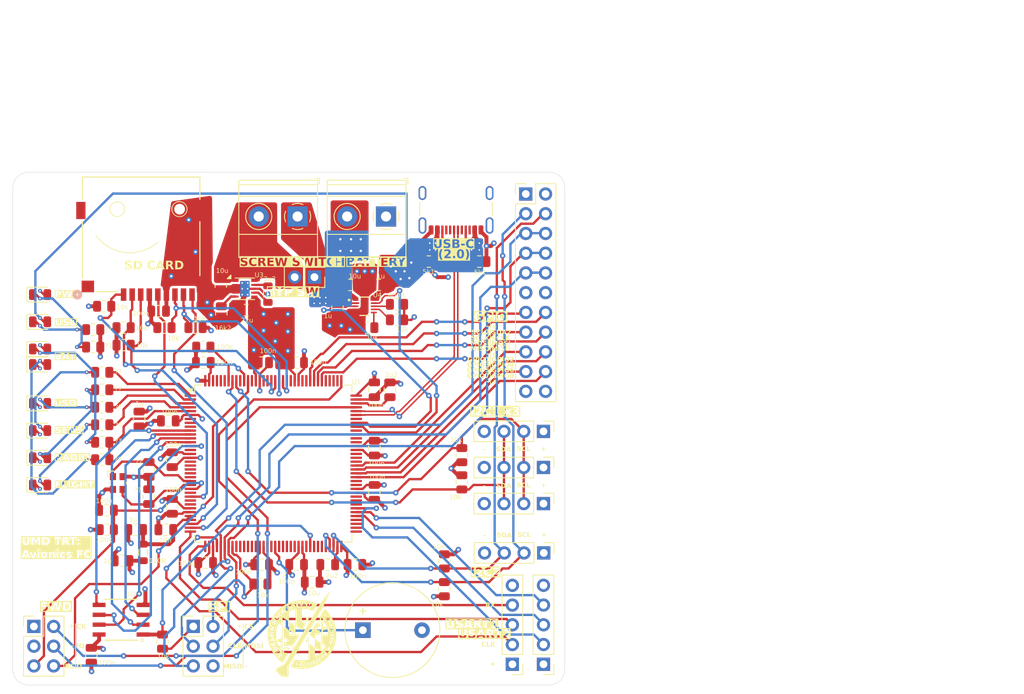
<source format=kicad_pcb>
(kicad_pcb (version 20240108) (generator "pcbnew") (generator_version "8.0")
  (layers (0 "F.Cu" signal) (1 "In1.Cu" power "GND") (2 "In2.Cu" power "3V3") (31 "B.Cu" signal) (34 "B.Paste" user) (35 "F.Paste" user) (36 "B.SilkS" user "B.Silkscreen") (37 "F.SilkS" user "F.Silkscreen") (38 "B.Mask" user) (39 "F.Mask" user) (44 "Edge.Cuts" user))
  (net 0 "")
  (net 1 "Net-(BZ1-+)")
  (net 2 "GND")
  (net 3 "+3V3")
  (net 4 "+3V3A")
  (net 5 "/NRST")
  (net 6 "/RCC_IN")
  (net 7 "/RCC_OUT")
  (net 8 "Net-(C24-Pad2)")
  (net 9 "Net-(C25-Pad2)")
  (net 10 "VBUS")
  (net 11 "VBAT")
  (net 12 "Net-(D1-A)")
  (net 13 "Net-(D2-A)")
  (net 14 "Net-(D3-A)")
  (net 15 "Net-(D4-A)")
  (net 16 "Net-(D5-K)")
  (net 17 "Net-(D6-A)")
  (net 18 "/SD_D3")
  (net 19 "/SD_CMD")
  (net 20 "/SD_CLK")
  (net 21 "/SD_D2")
  (net 22 "/SD_D0")
  (net 23 "/SD_D1")
  (net 24 "/SCL_1")
  (net 25 "/SDA_1")
  (net 26 "/SDA_2")
  (net 27 "/SCL_2")
  (net 28 "/SWO")
  (net 29 "/SWDIO")
  (net 30 "/SWDCK")
  (net 31 "/GPIO_3")
  (net 32 "/MOSI")
  (net 33 "/GPIO_7")
  (net 34 "/GPIO_6")
  (net 35 "/GPIO_4")
  (net 36 "/GPIO_1")
  (net 37 "/SCLK")
  (net 38 "/GPIO_2")
  (net 39 "/MISO")
  (net 40 "/GPIO_8")
  (net 41 "/GPIO_5")
  (net 42 "/SPI_NCS")
  (net 43 "/USART1_RX")
  (net 44 "/USART1_CK")
  (net 45 "/USART1_TX")
  (net 46 "/USART2_TX")
  (net 47 "/USART2_RX")
  (net 48 "/USART2_CK")
  (net 49 "/USB_D+")
  (net 53 "Net-(J11-VCONN)")
  (net 55 "/USB_D-")
  (net 56 "Net-(J11-CC)")
  (net 57 "Net-(U3-LX1)")
  (net 58 "Net-(U3-LX2)")
  (net 59 "/BOOT0")
  (net 60 "/LED_SD")
  (net 61 "/LED_FLIGHT")
  (net 62 "/LED_SENSOR")
  (net 63 "/LED_RADIO")
  (net 64 "/LED_BAT_AMT")
  (net 65 "/PSRAM_NCS")
  (net 66 "Net-(U4-TS{slash}MR)")
  (net 67 "Net-(U4-ILIM{slash}VSET)")
  (net 68 "Net-(U4-ISET)")
  (net 69 "Net-(U3-CFG3)")
  (net 93 "/PSRAM_CLK")
  (net 95 "/PSRAM_D3")
  (net 101 "/PSRAM_D2")
  (net 108 "BAT_LED2")
  (net 126 "/SD_DETECT")
  (net 137 "/PSRAM_D1")
  (net 138 "BAT_LED1")
  (net 139 "/PSRAM_D0")
  (net 142 "/Power/VCOMB_1")
  (net 143 "/Power/VCOMB_2")
  (net 144 "Net-(D7-K)")
  (net 145 "Net-(D8-K)")
  (footprint "Resistor_SMD:R_0805_2012Metric" (layer "F.Cu") (at 160.4125 78 180)
    (property "Reference" "R24" (hide yes))
    (property "Value" "13k")
  )
  (footprint "Capacitor_SMD:C_0805_2012Metric" (layer "F.Cu") (at 152.75 76.45 -90)
    (property "Reference" "C27" (hide yes))
    (property "Value" "1u")
  )
  (footprint "LOGO" (layer "F.Cu") (at 148.187839 118.005512)
    (property "Reference" "G***" (hide yes))
    (property "Value" "LOGO" (hide yes))
  )
  (footprint "Package_QFP:LQFP-144_20x20mm_P0.5mm" (layer "F.Cu") (at 144.5 96.5)
    (property "Reference" "U1" (hide yes))
    (property "Value" "STM32H7A3ZITx")
  )
  (footprint "Capacitor_SMD:C_0805_2012Metric" (layer "F.Cu") (at 158.05 73.5 180)
    (property "Reference" "C26" (hide yes))
    (property "Value" "1u")
  )
  (footprint "LED_SMD:LED_0805_2012Metric" (layer "F.Cu") (at 114.5 83.75)
    (property "Reference" "D6" (hide yes))
    (property "Value" "BAT_RED_LED")
  )
  (footprint "Resistor_SMD:R_0805_2012Metric" (layer "F.Cu") (at 122.5 84.75 180)
    (property "Reference" "R10" (hide yes))
    (property "Value" "??")
  )
  (footprint "Crystal:Crystal_SMD_Abracon_ABM10-4Pin_2.5x2.0mm" (layer "F.Cu") (at 124.5 99)
    (property "Reference" "Y1" (hide yes))
    (property "Value" "16Mhz")
  )
  (footprint "Capacitor_SMD:C_0805_2012Metric" (layer "F.Cu") (at 154.45 73.5)
    (property "Reference" "C28" (hide yes))
    (property "Value" "10u")
  )
  (footprint "Resistor_SMD:R_0805_2012Metric" (layer "F.Cu") (at 166.5 109.0875 -90)
    (property "Reference" "R17" (hide yes))
    (property "Value" "10k")
  )
  (footprint "Connector_PinHeader_2.54mm:PinHeader_2x11_P2.54mm_Vertical" (layer "F.Cu") (at 176.975 61.8)
    (property "Reference" "J7" (hide yes))
    (property "Value" "GPIO")
  )
  (footprint "Resistor_SMD:R_0805_2012Metric" (layer "F.Cu") (at 160.4125 76 180)
    (property "Reference" "R26" (hide yes))
    (property "Value" "600R")
  )
  (footprint "MountingHole:MountingHole_2.2mm_M2" (layer "F.Cu") (at 165 75.25)
    (property "Reference" "H4" (hide yes))
    (property "Value" "MountingHole")
  )
  (footprint "Resistor_SMD:R_0805_2012Metric" (layer "F.Cu") (at 122.5 96 180)
    (property "Reference" "R13" (hide yes))
    (property "Value" "??")
  )
  (footprint "Resistor_SMD:R_0805_2012Metric" (layer "F.Cu") (at 125.25 81.25 180)
    (property "Reference" "R1" (hide yes))
    (property "Value" "10k")
  )
  (footprint "Capacitor_SMD:C_0805_2012Metric" (layer "F.Cu") (at 131 91)
    (property "Reference" "C19" (hide yes))
    (property "Value" "100n")
  )
  (footprint "Capacitor_SMD:C_0805_2012Metric" (layer "F.Cu") (at 147.5 109.5 180)
    (property "Reference" "C6" (hide yes))
    (property "Value" "100n")
  )
  (footprint "Resistor_SMD:R_0805_2012Metric" (layer "F.Cu") (at 166.5 112.6625 -90)
    (property "Reference" "R16" (hide yes))
    (property "Value" "10k")
  )
  (footprint "LED_SMD:LED_0805_2012Metric" (layer "F.Cu") (at 114.5 74.75)
    (property "Reference" "D8" (hide yes))
    (property "Value" "PWR_LED")
  )
  (footprint "Capacitor_SMD:C_0805_2012Metric" (layer "F.Cu") (at 131.5 96 90)
    (property "Reference" "C2" (hide yes))
    (property "Value" "100n")
  )
  (footprint "MountingHole:MountingHole_2.2mm_M2" (layer "F.Cu") (at 114.5 62.5)
    (property "Reference" "H1" (hide yes))
    (property "Value" "MountingHole")
  )
  (footprint "Capacitor_SMD:C_0805_2012Metric" (layer "F.Cu") (at 128.5 100.75 90)
    (property "Reference" "C22" (hide yes))
    (property "Value" "??")
  )
  (footprint "Capacitor_SMD:C_0805_2012Metric" (layer "F.Cu") (at 141.0125 76.75 180)
    (property "Reference" "C30" (hide yes))
    (property "Value" "22u")
  )
  (footprint "Capacitor_SMD:C_0805_2012Metric" (layer "F.Cu") (at 125.05 109 180)
    (property "Reference" "C8" (hide yes))
    (property "Value" "1u")
  )
  (footprint "Capacitor_SMD:C_0805_2012Metric" (layer "F.Cu") (at 135.8 109.25 180)
    (property "Reference" "C4" (hide yes))
    (property "Value" "100n")
  )
  (footprint "Capacitor_SMD:C_0805_2012Metric" (layer "F.Cu") (at 147.5 83.5 180)
    (property "Reference" "C16" (hide yes))
    (property "Value" "100n")
  )
  (footprint "Capacitor_SMD:C_0805_2012Metric" (layer "F.Cu") (at 126.8 105 180)
    (property "Reference" "C9" (hide yes))
    (property "Value" "1u")
  )
  (footprint "Capacitor_SMD:C_0805_2012Metric" (layer "F.Cu") (at 159.5 87 -90)
    (property "Reference" "C25" (hide yes))
    (property "Value" "2u2")
  )
  (footprint "Capacitor_SMD:C_0805_2012Metric" (layer "F.Cu") (at 123.05 102.5)
    (property "Reference" "C20" (hide yes))
    (property "Value" "100n")
  )
  (footprint "Connector_PinHeader_2.54mm:PinHeader_2x01_P2.54mm_Vertical" (layer "F.Cu") (at 149.79 72.5 180)
    (property "Reference" "JP1" (hide yes))
    (property "Value" "Open")
  )
  (footprint "footprints:WSON10_DLH_TEX-M" (layer "F.Cu") (at 156.25 76.25)
    (property "Reference" "U4" (hide yes))
    (property "Value" "BQ25185DLHR")
  )
  (footprint "Resistor_SMD:R_0805_2012Metric" (layer "F.Cu") (at 142.8375 112 180)
    (property "Reference" "R18" (hide yes))
    (property "Value" "10k")
  )
  (footprint "TerminalBlock_Phoenix:TerminalBlock_Phoenix_MKDS-1,5-2_1x02_P5.00mm_Horizontal" (layer "F.Cu") (at 159 64.695 180)
    (property "Reference" "J12" (hide yes))
    (property "Value" "BAT_TERM")
  )
  (footprint "Buzzer_Beeper:Buzzer_12x9.5RM7.6" (layer "F.Cu") (at 156.025 117.9375)
    (property "Reference" "BZ1" (hide yes))
    (property "Value" "Buzzer")
  )
  (footprint "Resistor_SMD:R_0805_2012Metric" (layer "F.Cu") (at 130.25 119.4125 -90)
    (property "Reference" "R19" (hide yes))
    (property "Value" "10k")
  )
  (footprint "Resistor_SMD:R_0805_2012Metric" (layer "F.Cu") (at 123.0875 105 180)
    (property "Reference" "R4" (hide yes))
    (property "Value" "100k")
  )
  (footprint "Resistor_SMD:R_0805_2012Metric" (layer "F.Cu") (at 130.5 79 180)
    (property "Reference" "R6" (hide yes))
    (property "Value" "10k")
  )
  (footprint "Resistor_SMD:R_0805_2012Metric" (layer "F.Cu") (at 134.5 79)
    (property "Reference" "R5" (hide yes))
    (property "Value" "10k")
  )
  (footprint "Capacitor_SMD:C_0805_2012Metric" (layer "F.Cu") (at 155 109.5)
    (property "Reference" "C7" (hide yes))
    (property "Value" "100n")
  )
  (footprint "TerminalBlock_Phoenix:TerminalBlock_Phoenix_MKDS-1,5-2_1x02_P5.00mm_Horizontal" (layer "F.Cu") (at 147.625 64.695 180)
    (property "Reference" "J13" (hide yes))
    (property "Value" "SW_TERM")
  )
  (footprint "Connector_PinHeader_2.54mm:PinHeader_1x05_P2.54mm_Vertical" (layer "F.Cu") (at 179.25 122.325 180)
    (property "Reference" "J10" (hide yes))
    (property "Value" "USART2")
  )
  (footprint "Resistor_SMD:R_0805_2012Metric" (layer "F.Cu") (at 137.8125 77.1625 -90)
    (property "Reference" "R27" (hide yes))
    (property "Value" "16k2")
  )
  (footprint "Resistor_SMD:R_0805_2012Metric" (layer "F.Cu") (at 122.5 91.5 180)
    (property "Reference" "R9" (hide yes))
    (property "Value" "??")
  )
  (footprint "Connector_PinHeader_2.54mm:PinHeader_2x03_P2.54mm_Vertical" (layer "F.Cu") (at 134.21 117.46)
    (property "Reference" "J8" (hide yes))
    (property "Value" "SPI")
  )
  (footprint "Capacitor_SMD:C_0805_2012Metric" (layer "F.Cu") (at 157.5 94.5 90)
    (property "Reference" "C14" (hide yes))
    (property "Value" "100n")
  )
  (footprint "LED_SMD:LED_0805_2012Metric" (layer "F.Cu") (at 114.5 92.25)
    (property "Reference" "D3" (hide yes))
    (property "Value" "SENSOR_LED")
  )
  (footprint "LED_SMD:LED_0805_2012Metric" (layer "F.Cu") (at 114.5 95.75)
    (property "Reference" "D4" (hide yes))
    (property "Value" "RADIO_LED")
  )
  (footprint "Connector_PinHeader_2.54mm:PinHeader_1x04_P2.54mm_Vertical" (layer "F.Cu") (at 179.25 92.35 -90)
    (property "Reference" "J2" (hide yes))
    (property "Value" "I2C1")
  )
  (footprint "Capacitor_SMD:C_0805_2012Metric" (layer "F.Cu") (at 137.75 73.55 -90)
    (property "Reference" "C29" (hide yes))
    (property "Value" "10u")
  )
  (footprint "Resistor_SMD:R_0805_2012Metric" (layer "F.Cu") (at 125.25 79 180)
    (property "Reference" "R2" (hide yes))
    (property "Value" "10k")
  )
  (footprint "Resistor_SMD:R_0805_2012Metric" (layer "F.Cu") (at 168.75 95.4125 -90)
    (property "Reference" "R14" (hide yes))
    (property "Value" "10k")
  )
  (footprint "Capacitor_SMD:C_0805_2012Metric" (layer "F.Cu") (at 143 109.5 180)
    (property "Reference" "C5" (hide yes))
    (property "Value" "100n")
  )
  (footprint "Capacitor_SMD:C_0805_2012Metric" (layer "F.Cu") (at 121.0985 121.16 -90)
    (property "Reference" "C23" (hide yes))
    (property "Value" "100n")
  )
  (footprint "Capacitor_SMD:C_0805_2012Metric" (layer "F.Cu") (at 149.5 111.75)
    (property "Reference" "C1" (hide yes))
    (property "Value" "10u")
  )
  (footprint "Resistor_SMD:R_0805_2012Metric" (layer "F.Cu") (at 156.5875 79 180)
    (property "Reference" "R23" (hide yes))
    (property "Value" "10k")
  )
  (footprint "Capacitor_SMD:C_0805_2012Metric" (layer "F.Cu") (at 128.5 97.25 -90)
    (property "Reference" "C21" (hide yes))
    (property "Value" "??")
  )
  (footprint "Capacitor_SMD:C_0805_2012Metric" (layer "F.Cu") (at 151.5 109.5)
    (property "Reference" "C24" (hide yes))
    (property "Value" "2u2")
  )
  (footprint "Resistor_SMD:R_0805_2012Metric" (layer "F.Cu") (at 168.75 98.9125 -90)
    (property "Reference" "R15" (hide yes))
    (property "Value" "10k")
  )
  (footprint "footprints1:SOIC8_150MIL_N_ISI-M" (layer "F.Cu") (at 124.92425 116.595 180)
    (property "Reference" "U2" (hide yes))
    (property "Value" "IS66WVS4M8BLL-104NLI")
  )
  (footprint "Resistor_SMD:R_0805_2012Metric" (layer "F.Cu") (at 135.5 81.5)
    (property "Reference" "R7" (hide yes))
    (property "Value" "100k")
  )
  (footprint "Capacitor_SMD:C_0805_2012Metric" (layer "F.Cu") (at 157.5 87 90)
    (property "Reference" "C15" (hide yes))
    (property "Value" "100n")
  )
  (footprint "Capacitor_SMD:C_0805_2012Metric" (layer "F.Cu") (at 157.5 100.2 90)
    (property "Reference" "C13" (hide yes))
    (property "Value" "100n")
  )
  (footprint "Resistor_SMD:R_0805_2012Metric" (layer "F.Cu") (at 121.3375 79.25 180)
    (property "Reference" "R22" (hide yes))
    (property "Value" "??")
  )
  (footprint "Connector_PinHeader_2.54mm:PinHeader_1x04_P2.54mm_Vertical" (layer "F.Cu") (at 179.29 108 -90)
    (property "Reference" "J5" (hide yes))
    (property "Value" "I2C2")
  )
  (footprint "Capacitor_SMD:C_0805_2012Metric" (layer "F.Cu") (at 130.675 105 180)
    (property "Reference" "C10" (hide yes))
    (property "Value" "10n")
  )
  (footprint "Capacitor_SMD:C_0805_2012Metric" (layer "F.Cu") (at 143 83.5 180)
    (property "Reference" "C17" (hide yes))
    (property "Value" "100n")
  )
  (footprint "LED_SMD:LED_0805_2012Metric" (layer "F.Cu") (at 114.5 78.25)
    (property "Reference" "D7" (hide yes))
    (property "Value" "USB_LED")
  )
  (footprint "Resistor_SMD:R_0805_2012Metric" (layer "F.Cu") (at 122.5 89.25)
    (property "Reference" "R8" (hide yes))
    (property "Value" "??")
  )
  (footprint "Capacitor_SMD:C_0805_2012Metric" (layer "F.Cu") (at 129.75 76.875 180)
    (property "Reference" "C11" (hide yes))
    (property "Value" "100n")
  )
  (footprint "Connector_PinHeader_2.54mm:PinHeader_1x04_P2.54mm_Vertical" (layer "F.Cu") (at 179.25 97 -90)
    (property "Reference" "J3" (hide yes))
    (property "Value" "I2C1")
  )
  (footprint "Resistor_SMD:R_0805_2012Metric" (layer "F.Cu") (at 121.3375 81.5 180)
    (property "Reference" "R25" (hide yes))
    (property "Value" "??")
  )
  (footprint "Capacitor_SMD:C_0805_2012Metric" (layer "F.Cu") (at 127.25 90.75 90)
    (property "Reference" "C12" (hide yes))
    (property "Value" "1u")
  )
  (footprint "Connector_PinHeader_2.54mm:PinHeader_2x03_P2.54mm_Vertical" (layer "F.Cu") (at 113.71 117.46)
    (property "Reference" "J6" (hide yes))
    (property "Value" "SWD")
  )
  (footprint "Resistor_SMD:R_0805_2012Metric" (layer "F.Cu") (at 164.5 70.5 180)
    (property "Reference" "R21" (hide yes))
    (property "Value" "5k1")
  )
  (footprint "Capacitor_SMD:C_0805_2012Metric" (layer "F.Cu") (at 135.5 83.5)
    (property "Reference" "C18" (hide yes))
    (property "Value" "100n")
  )
  (footprint "MountingHole:MountingHole_2.2mm_M2" (layer "F.Cu") (at 114.5 111.75)
    (property "Reference" "H2" (hide yes))
    (property "Value" "MountingHole")
  )
  (footprint "Inductor_SMD:L_0805_2012Metric" (layer "F.Cu") (at 143.8125 74.6875 -90)
    (property "Reference" "L1" (hide yes))
    (property "Value" "2u2")
  )
  (footprint "Connector_PinHeader_2.54mm:PinHeader_1x04_P2.54mm_Vertical" (layer "F.Cu") (at 179.25 101.65 -90)
    (property "Reference" "J4" (hide yes))
    (property "Value" "I2C1")
  )
  (footprint "Package_SON:WSON-10-1EP_2.5x2.5mm_P0.5mm_EP1.2x2mm_ThermalVias" (layer "F.Cu") (at 140.85 74)
    (property "Reference" "U3" (hide yes))
    (property "Value" "TPS63900")
  )
  (footprint "LED_SMD:LED_0805_2012Metric" (layer "F.Cu") (at 114.5 99.25)
    (property "Reference" "D2" (hide yes))
    (property "Value" "FLIGHT_LED")
  )
  (footprint "LED_SMD:LED_0805_2012Metric" (layer "F.Cu") (at 114.5 81.75)
    (property "Reference" "D5" (hide yes))
    (property "Value" "BAT_GRN_LED")
  )
  (footprint "Inductor_SMD:L_0805_2012Metric" (layer "F.Cu") (at 127.75 107.9375 -90)
    (property "Reference" "FB1" (hide yes))
    (property "Value" "120R")
  )
  (footprint "Resistor_SMD:R_0805_2012Metric" (layer "F.Cu") (at 122.5 87 180)
    (property "Reference" "R11" (hide yes))
    (property "Value" "??")
  )
  (footprint "Resistor_SMD:R_0805_2012Metric" (layer "F.Cu") (at 122.75 76.25 180)
    (property "Reference" "R3" (hide yes))
    (property "Value" "10k")
  )
  (footprint "Resistor_SMD:R_0805_2012Metric" (layer "F.Cu") (at 122.5 93.75 180)
    (property "Reference" "R12" (hide yes))
    (property "Value" "??")
  )
  (footprint "MountingHole:MountingHole_2.2mm_M2" (layer "F.Cu") (at 169.625 121.75)
    (property "Reference" "H3" (hide yes))
    (property "Value" "MountingHole")
  )
  (footprint "Capacitor_SMD:C_0805_2012Metric" (layer "F.Cu") (at 131.5 102 -90)
    (property "Reference" "C3" (hide yes))
    (property "Value" "100n")
  )
  (footprint "Connector_USB:USB_C_Receptacle_GCT_USB4105-xx-A_16P_TopMnt_Horizontal" (layer "F.Cu") (at 168 62.75 180)
    (property "Reference" "J11" (hide yes))
    (property "Value" "USB_C_Plug_USB2.0")
  )
  (footprint "Resistor_SMD:R_0805_2012Metric" (layer "F.Cu") (at 171 70.5)
    (property "Reference" "R20" (hide yes))
    (property "Value" "5k1")
  )
  (footprint "LED_SMD:LED_0805_2012Metric" (layer "F.Cu") (at 114.5 88.75)
    (property "Reference" "D1" (hide yes))
    (property "Value" "SD_LED")
  )
  (footprint "Connector_PinHeader_2.54mm:PinHeader_1x05_P2.54mm_Vertical" (layer "F.Cu") (at 175.25 122.33 180)
    (property "Reference" "J9" (hide yes))
    (property "Value" "USART1")
  )
  (footprint "footprints2:CONN9_MSD-1_CUD" (layer "F.Cu") (at 127.5 67 180)
    (property "Reference" "J1" (hide yes))
    (property "Value" "Micro_SD_Card_Det1")
  )
  (gr_line (start 145.8125 111.0625) (end 146.1875 110.5625) (stroke (width 0.1)) (layer "F.SilkS"))
  (gr_circle (center 124.4375 63.75) (end 125.25 63.25) (stroke (width 0.1)) (fill none) (layer "F.SilkS"))
  (gr_circle (center 132.4375 63.75) (end 133.0625 63) (stroke (width 0.1)) (fill none) (layer "F.SilkS"))
  (gr_arc (start 129.625 68) (mid 125.443007 69.330664) (end 121.671433 67.086792) (stroke (width 0.1)) (layer "F.SilkS"))
  (gr_line (start 172.4375 78.125) (end 172.4375 86.25) (stroke (width 0.1)) (layer "F.SilkS"))
  (gr_line (start 119.0625 117.09375) (end 119.0625 122.90625) (stroke (width 0.1)) (layer "F.SilkS"))
  (gr_line (start 140.625 117.125) (end 140.625 122.9375) (stroke (width 0.1)) (layer "F.SilkS"))
  (gr_arc (start 180 59) (mid 181.414214 59.585786) (end 182 61) (stroke (width 0.05)) (layer "Edge.Cuts"))
  (gr_arc (start 113 125) (mid 111.585786 124.414214) (end 111 123) (stroke (width 0.05)) (layer "Edge.Cuts"))
  (gr_line (start 111 123) (end 111 61) (stroke (width 0.05)) (layer "Edge.Cuts"))
  (gr_line (start 180 125) (end 113 125) (stroke (width 0.05)) (layer "Edge.Cuts"))
  (gr_arc (start 111 61) (mid 111.585786 59.585786) (end 113 59) (stroke (width 0.05)) (layer "Edge.Cuts"))
  (gr_line (start 182 61) (end 182 123) (stroke (width 0.05)) (layer "Edge.Cuts"))
  (gr_arc (start 182 123) (mid 181.414214 124.414214) (end 180 125) (stroke (width 0.05)) (layer "Edge.Cuts"))
  (gr_line (start 113 59) (end 180 59) (stroke (width 0.05)) (layer "Edge.Cuts"))
  (gr_text "+" (at 172.5625 86 0) (layer "F.SilkS") (effects (font (size 0.6 0.6) (thickness 0.1)) (justify left)))
  (gr_text "1u" (at 157.788748 72.765 0) (layer "F.SilkS") (effects (font (size 0.6 0.6) (thickness 0.1)) (justify left bottom)))
  (gr_text "100k" (at 121.6875 106.6875 0) (layer "F.SilkS") (effects (font (size 0.6 0.6) (thickness 0.1)) (justify left bottom)))
  (gr_text "BAT" (at 116.375 82.75 0) (layer "F.SilkS" knockout) (effects (font (size 0.8 0.9) (thickness 0.16) (bold yes)) (justify left)))
  (gr_text "MISO" (at 172.3125 81.75 0) (layer "F.SilkS") (effects (font (size 0.6 0.6) (thickness 0.1)) (justify right)))
  (gr_text "USART2" (at 168.25 119.125 0) (layer "F.SilkS" knockout) (effects (font (size 1.1 1.1) (thickness 0.2) (bold yes)) (justify left bottom)))
  (gr_text "+" (at 140.5 117.4375 0) (layer "F.SilkS") (effects (font (size 0.6 0.6) (thickness 0.1)) (justify right)))
  (gr_text "22u" (at 140.3125 78.4375 0) (layer "F.SilkS") (effects (font (size 0.6 0.6) (thickness 0.1)) (justify left bottom)))
  (gr_text "10k" (at 167.25 93.8125 0) (layer "F.SilkS") (effects (font (size 0.6 0.6) (thickness 0.1)) (justify left bottom)))
  (gr_text "SCL" (at 176.75 105.6875 0) (layer "F.SilkS") (effects (font (size 0.6 0.6) (thickness 0.1))))
  (gr_text "13k" (at 160.3125 79.625 0) (layer "F.SilkS") (effects (font (size 0.6 0.6) (thickness 0.1)) (justify left bottom)))
  (gr_text "??" (at 124.125 89.625 0) (layer "F.SilkS") (effects (font (size 0.6 0.6) (thickness 0.1)) (justify left bottom)))
  (gr_text "5k1" (at 163.6875 72.1875 0) (layer "F.SilkS") (effects (font (size 0.6 0.6) (thickness 0.1)) (justify left bottom)))
  (gr_text "–" (at 172.25 85.9375 0) (layer "F.SilkS") (effects (font (size 0.6 0.6) (thickness 0.1)) (justify right)))
  (gr_text "??" (at 124.125 85.0625 0) (layer "F.SilkS") (effects (font (size 0.6 0.6) (thickness 0.1)) (justify left bottom)))
  (gr_text "CLK" (at 173.0625 119.8125 0) (layer "F.SilkS") (effects (font (size 0.6 0.6) (thickness 0.1)) (justify right)))
  (gr_text "SCL" (at 176.6875 99.3125 0) (layer "F.SilkS") (effects (font (size 0.6 0.6) (thickness 0.1))))
  (gr_text "SDA" (at 174.125 94.6875 0) (layer "F.SilkS") (effects (font (size 0.6 0.6) (thickness 0.1))))
  (gr_text "+" (at 172.5625 78.875 0) (layer "F.SilkS") (effects (font (size 0.6 0.6) (thickness 0.1)) (justify left)))
  (gr_text "100n" (at 156.6875 96.875 0) (layer "F.SilkS") (effects (font (size 0.6 0.6) (thickness 0.1)) (justify left bottom)))
  (gr_text "–" (at 118.875 119.9375 0) (layer "F.SilkS") (effects (font (size 0.6 0.6) (thickness 0.1)) (justify right)))
  (gr_text "GPIO7" (at 172.3125 85.25 0) (layer "F.SilkS") (effects (font (size 0.6 0.6) (thickness 0.1)) (justify right)))
  (gr_text "RADIO" (at 116.375 95.75 0) (layer "F.SilkS" knockout) (effects (font (size 0.8 0.9) (thickness 0.16) (bold yes)) (justify left)))
  (gr_text "BYP SW" (at 147 75.125 0) (layer "F.SilkS" knockout) (effects (font (size 1.1 1.1) (thickness 0.2) (bold yes)) (justify bottom)))
  (gr_text "+" (at 173.0625 122.3125 0) (layer "F.SilkS") (effects (font (size 0.6 0.6) (thickness 0.1)) (justify right)))
  (gr_text "USART1" (at 166.625 117.875 0) (layer "F.SilkS" knockout) (effects (font (size 1.1 1.1) (thickness 0.2) (bold yes)) (justify left bottom)))
  (gr_text "600R" (at 159.25 75.25 0) (layer "F.SilkS") (effects (font (size 0.6 0.6) (thickness 0.1)) (justify left bottom)))
  (gr_text "10u" (at 137.125 72.0625 0) (layer "F.SilkS") (effects (font (size 0.6 0.6) (thickness 0.1)) (justify left bottom)))
  (gr_text "I2C1 x3" (at 169.8125 90.5 0) (layer "F.SilkS" knockout) (effects (font (size 1.1 1.1) (thickness 0.2) (bold yes)) (justify left bottom)))
  (gr_text "100n" (at 130.0625 90.25 0) (layer "F.SilkS") (effects (font (size 0.6 0.6) (thickness 0.1)) (justify left bottom)))
  (gr_text "+" (at 172.5625 82.4375 0) (layer "F.SilkS") (effects (font (size 0.6 0.6) (thickness 0.1)) (justify left)))
  (gr_text "100n" (at 137.125 83.875 0) (layer "F.SilkS") (effects (font (size 0.6 0.6) (thickness 0.1)) (justify left bottom)))
  (gr_text "GPIO8" (at 172.5625 85.25 0) (layer "F.SilkS") (effects (font (size 0.6 0.6) (thickness 0.1)) (justify left)))
  (gr_text "SCLK" (at 172.5625 80.375 0) (layer "F.SilkS") (effects (font (size 0.6 0.6) (thickness 0.1)) (justify left)))
  (gr_text "1u" (at 122.625 109.4375 0) (layer "F.SilkS") (effects (font (size 0.6 0.6) (thickness 0.1)) (justify left bottom)))
  (gr_text "GPIO2" (at 172.5625 83.125 0) (layer "F.SilkS") (effects (font (size 0.6 0.6) (thickness 0.1)) (justify left)))
  (gr_text "RS" (at 118.9375 122.625 0) (layer "F.SilkS") (effects (font (size 0.6 0.6) (thickness 0.1)) (justify right)))
  (gr_text "PWR" (at 116.375 74.75 0) (layer "F.SilkS" knockout) (effects (font (size 0.8 0.9) (thickness 0.16) (bold yes)) (justify left)))
  (gr_text "UMD TRT:\nAvionics FC" (at 112.125 108.8125 0) (layer "F.SilkS" knockout) (effects (font (size 1 1) (thickness 0.2) (bold yes)) (justify left bottom)))
  (gr_text "10k" (at 142.375 113.8125 0) (layer "F.SilkS") (effects (font (size 0.6 0.6) (thickness 0.1)) (justify left bottom)))
  (gr_text "GPIO1" (at 172.375 83.125 0) (layer "F.SilkS") (effects (font (size 0.6 0.6) (thickness 0.1)) (justify right)))
  (gr_text "+" (at 179.25 99.3125 0) (layer "F.SilkS") (effects (font (size 0.6 0.6) (thickness 0.1))))
  (gr_text "CS" (at 140.75 117.5 0) (layer "F.SilkS") (effects (font (size 0.6 0.6) (thickness 0.1)) (justify left)))
  (gr_text "(2.0)" (at 167.75 70.25 0) (layer "F.SilkS" knockout) (effects (font (size 1.1 1.1) (thickness 0.2) (bold yes)) (justify bottom)))
  (gr_text "100n" (at 145.125 112.0625 0) (layer "F.SilkS") (effects (font (size 0.6 0.6) (thickness 0.1)) (justify left bottom)))
  (gr_text "100n" (at 132.3125 109.75 0) (layer "F.SilkS") (effects (font (size 0.6 0.6) (thickness 0.1)) (justify left bottom)))
  (gr_text "1u" (at 125.9375 104.125 0) (layer "F.SilkS") (effects (font (size 0.6 0.6) (thickness 0.1)) (justify left bottom)))
  (gr_text "100n" (at 156.625 89.375 0) (layer "F.SilkS") (effects (font (size 0.6 0.6) (thickness 0.1)) (justify left bottom)))
  (gr_text "–" (at 171.625 99.375 0) (layer "F.SilkS") (effects (font (size 0.6 0.6) (thickness 0.1))))
  (gr_text "??" (at 122.875 79.5625 0) (layer "F.SilkS") (effects (font (size 0.6 0.6) (thickness 0.1)) (justify left bottom)))
  (gr_text "5k1" (at 170.3125 72.25 0) (layer "F.SilkS") (effects (font (size 0.6 0.6) (thickness 0.1)) (justify left bottom)))
  (gr_text "100n" (at 130.5625 100.25 0) (layer "F.SilkS") (effects (font (size 0.6 0.6) (thickness 0.1)) (justify left bottom)))
  (gr_text "–" (at 172.25 82.375 0) (layer "F.SilkS") (effects (font (size 0.6 0.6) (thickness 0.1)) (justify right)))
  (gr_text "+" (at 179.3125 105.6875 0) (layer "F.SilkS") (effects (font (size 0.6 0.6) (thickness 0.1))))
  (gr_text "2u2" (at 158.875 85.4375 0) (layer "F.SilkS") (effects (font (size 0.6 0.6) (thickness 0.1)) (justify left bottom)))
  (gr_text "I2C2" (at 169.875 111.1875 0) (layer "F.SilkS" knockout) (effects (font (size 1.1 1.1) (thickness 0.2) (bold yes)) (justify left bottom)))
  (gr_text "??" (at 122.875 81.75 0) (layer "F.SilkS") (effects (font (size 0.6 0.6) (thickness 0.1)) (justify left bottom)))
  (gr_text "–" (at 173.0625 112.1875 0) (layer "F.SilkS") (effects (font (size 0.6 0.6) (thickness 0.1)) (justify right)))
  (gr_text "SCL2" (at 172.3125 79.625 0) (layer "F.SilkS") (effects (font (size 0.6 0.6) (thickness 0.1)) (justify right)))
  (gr_text "100n" (at 126.375 77.5625 0) (layer "F.SilkS") (effects (font (size 0.6 0.6) (thickness 0.1)) (justify left bottom)))
  (gr_text "100n" (at 149.1875 83.8125 0) (layer "F.SilkS") (effects (font (size 0.6 0.6) (thickness 0.1)) (justify left bottom)))
  (gr_text "MOSI" (at 140.75 120 0) (layer "F.SilkS") (effects (font (size 0.6 0.6) (thickness 0.1)) (justify left)))
  (gr_text "1u" (at 126.75 89.1875 0) (layer "F.SilkS") (effects (font (size 0.6 0.6) (thickness 0.1)) (justify left bottom)))
  (gr_text "SCL" (at 176.6875 94.625 0) (layer "F.SilkS") (effects (font (size 0.6 0.6) (thickness 0.1))))
  (gr_text "10k" (at 124.3125 76.75 0) (layer "F.SilkS") (effects (font (size 0.6 0.6) (thickness 0.1)) (justify left bottom)))
  (gr_text "100n" (at 139.625 110.8125 0) (layer "F.SilkS") (effects (font (size 0.6 0.6) (thickness 0.1)) (justify left bottom)))
  (gr_text "–" (at 171.6875 105.75 0) (layer "F.SilkS") (effects (font (size 0.6 0.6) (thickness 0.1))))
  (gr_text "+" (at 118.9375 117.4375 0) (layer "F.SilkS") (effects (font (size 0.6 0.6) (thickness 0.1)) (justify right)))
  (gr_text "10k" (at 156.4375 80.625 0) (layer "F.SilkS") (effects (font (size 0.6 0.6) (thickness 0.1)) (justify left bottom)))
  (gr_text "GPIO4" (at 172.5625 83.8125 0) (layer "F.SilkS") (effects (font (size 0.6 0.6) (thickness 0.1)) (justify left)))
  (gr_text "USB" (at 116.375 78.375 0) (layer "F.SilkS" knockout) (effects (font (size 0.8 0.9) (thickness 0.16) (bold yes)) (justify left)))
  (gr_text "CK" (at 119.1875 117.5 0) (layer "F.SilkS") (effects (font (size 0.6 0.6) (thickness 0.1)) (justify left)))
  (gr_text "10k" (at 134.272936 78.265 0) (layer "F.SilkS") (effects (font (size 0.6 0.6) (thickness 0.1)) (justify left bottom)))
  (gr_text "CLK" (at 140.5 120 0) (layer "F.SilkS") (effects (font (size 0.6 0.6) (thickness 0.1)) (justify right)))
  (gr_text "10k" (at 129.5625 121.75 0) (layer "F.SilkS") (effects (font (size 0.6 0.6) (thickness 0.1)) (justify left bottom)))
  (gr_text "??" (at 124.0625 96.375 0) (layer "F.SilkS") (effects (font (size 0.6 0.6) (thickness 0.1)) (justify left bottom)))
  (gr_text "??" (at 126.625 100.3125 0) (layer "F.SilkS") (effects (font (size 0.6 0.6) (thickness 0.1)) (justify left bottom)))
  (gr_text "10k" (at 126.8125 79.4375 0) (layer "F.SilkS") (effects (font (size 0.6 0.6) (thickness 0.1)) (justify left bottom)))
  (gr_text "SCREW SWITCH" (at 140.1875 71.25 0) (layer "F.SilkS" knockout) (effects (font (size 1.1 1.1) (thickness 0.2) (bold yes)) (justify left bottom)))
  (gr_text "SWD" (at 114.5 115.625 0) (layer "F.SilkS" knockout) (effects (font (size 1.1 1.1) (thickness 0.2) (bold yes)) (justify left bottom)))
  (gr_text "16k2" (at 137 79.4375 0) (layer "F.SilkS") (effects (font (size 0.6 0.6) (thickness 0.1)) (justify left bottom)))
  (gr_text "RX" (at 173.0625 114.75 0) (layer "F.SilkS") (effects (font (size 0.6 0.6) (thickness 0.1)) (justify right)))
  (gr_text "U4" (at 157.3125 75.1875 0) (layer "F.SilkS") (effects (font (size 0.6 0.6) (thickness 0.1)) (justify left bottom)))
  (gr_text "–" (at 140.8125 122.5625 0) (layer "F.SilkS") (effects (font (size 0.6 0.6) (thickness 0.1)) (justify left)))
  (gr_text "??" (at 124.125 94 0) (layer "F.SilkS") (effects (font (size 0.6 0.6) (thickness 0.1)) (justify left bottom)))
  (gr_text "100n" (at 142.75 82.375 0) (layer "F.SilkS") (effects (font (size 0.6 0.6) (thickness 0.1)) (justify left bottom)))
  (gr_text "TX" (at 173.0625 117.25 0) (layer "F.SilkS") (effects (font (size 0.6 0.6) (thickness 0.1)) (justify right)))
  (gr_text "o" (at 127.3125 119.5 0) (layer "F.SilkS") (effects (font (size 0.6 0.6) (thickness 0.1)) (justify left bottom)))
  (gr_text "–" (at 172.25 78.8125 0) (layer "F.SilkS") (effects (font (size 0.6 0.6) (thickness 0.1)) (justify right)))
  (gr_text "U1" (at 154.61 86.39 0) (layer "F.SilkS") (effects (font (size 0.6 0.6) (thickness 0.1)) (justify left bottom)))
  (gr_text "MOSI" (at 172.3125 81.0625 0) (layer "F.SilkS") (effects (font (size 0.6 0.6) (thickness 0.1)) (justify right)))
  (gr_text "100k" (at 137.1875 81.875 0) (layer "F.SilkS") (effects (font (size 0.6 0.6) (thickness 0.1)) (justify left bottom)))
  (gr_text "–" (at 171.625 94.6875 0) (layer "F.SilkS") (effects (font (size 0.6 0.6) (thickness 0.1))))
  (gr_text "10u" (at 148.9375 113.5625 0) (layer "F.SilkS") (effects (font (size 0.6 0.6) (thickness 0.1)) (justify left bottom)))
  (gr_text "SDA" (at 174.1875 105.75 0) (layer "F.SilkS") (effects (font (size 0.6 0.6) (thickness 0.1))))
  (gr_text "1u" (at 151 77.875 0) (layer "F.SilkS") (effects (font (size 0.6 0.6) (thickness 0.1)) (justify left bottom)))
  (gr_text "FLIGHT" (at 116.375 99.25 0) (layer "F.SilkS" knockout) (effects (font (size 0.8 0.9) (thickness 0.16) (bold yes)) (justify left)))
  (gr_text "+" (at 179.25 94.625 0) (layer "F.SilkS") (effects (font (size 0.6 0.6) (thickness 0.1))))
  (gr_text "100n" (at 122 122.5 0) (layer "F.SilkS") (effects (font (size 0.6 0.6) (thickness 0.1)) (justify left bottom)))
  (gr_text "100n" (at 156.75 98.625 0) (layer "F.SilkS") (effects (font (size 0.6 0.6) (thickness 0.1)) (justify left bottom)))
  (gr_text "??" (at 124.125 87.3125 0) (layer "F.SilkS") (effects (font (size 0.6 0.6) (thickness 0.1)) (justify left bottom)))
  (gr_text "MISO" (at 172.5625 81.75 0) (layer "F.SilkS") (effects (font (size 0.6 0.6) (thickness 0.1)) (justify left)))
  (gr_text "120R" (at 128.5 109.375 0) (layer "F.SilkS") (effects (font (size 0.6 0.6) (thickness 0.1)) (justify left bottom)))
  (gr_text "IO" (at 119.1875 120 0) (layer "F.SilkS") (effects (font (size 0.6 0.6) (thickness 0.1)) (justify left)))
  (gr_text "SDA" (at 174.125 99.375 0) (layer "F.SilkS") (effects (font (size 0.6 0.6) (thickness 0.1))))
  (gr_text "10u" (at 154.188748 72.765 0) (layer "F.SilkS") (effects (font (size 0.6 0.6) (thickness 0.1)) (justify left bottom)))
  (gr_text "2u2" (at 143.25 73.125 0) (layer "F.SilkS") (effects (font (size 0.6 0.6) (thickness 0.1)) (justify left bottom)))
  (gr_text "USB-C" (at 167.6875 68.9375 0) (layer "F.SilkS" knockout) (effects (font (size 1.1 1.1) (thickness 0.2) (bold yes)) (justify bottom)))
  (gr_text "+" (at 152.625 70.5625 0) (layer "F.SilkS" knockout) (effects (font (size 1.2 1.2) (thickness 0.1))))
  (gr_text "??" (at 124.125 91.9375 0) (layer "F.SilkS") (effects (font (size 0.6 0.6) (thickness 0.1)) (justify left bottom)))
  (gr_text "??" (at 126.75 96.6875 0) (layer "F.SilkS") (effects (font (size 0.6 0.6) (thickness 0.1)) (justify left bottom)))
  (gr_text "GPIO3" (at 172.3125 83.8125 0) (layer "F.SilkS") (effects (font (size 0.6 0.6) (thickness 0.1)) (justify right)))
  (gr_text "SDA2" (at 172.5625 79.625 0) (layer "F.SilkS") (effects (font (size 0.6 0.6) (thickness 0.1)) (justify left)))
  (gr_text "100n" (at 130.5625 94.4375 0) (layer "F.SilkS") (effects (font (size 0.6 0.6) (thickness 0.1)) (justify left bottom)))
  (gr_text "2u2" (at 151.25 111.3125 0) (layer "F.SilkS") (effects (font (size 0.6 0.6) (thickness 0.1)) (justify left bottom)))
  (gr_text "GPIO" (at 172.4375 78.3125 0) (layer "F.SilkS" knockout) (effects (font (size 1.1 1.1) (thickness 0.2) (bold yes)) (justify bottom)))
  (gr_text "10k" (at 164.8125 115 0) (layer "F.SilkS") (effects (font (size 0.6 0.6) (thickness 0.1)) (justify left bottom)))
  (gr_text "SCLK" (at 172.3125 80.375 0) (layer "F.SilkS") (effects (font (size 0.6 0.6) (thickness 0.1)) (justify right)))
  (gr_text "MISO" (at 140.5 122.625 0) (layer "F.SilkS") (effects (font (size 0.6 0.6) (thickness 0.1)) (justify right)))
  (gr_text "SPI" (at 136.1875 115.625 0) (layer "F.SilkS" knockout) (effects (font (size 1.1 1.1) (thickness 0.2) (bold yes)) (justify left bottom)))
  (gr_text "GPIO6" (at 172.5625 84.5 0) (layer "F.SilkS") (effects (font (size 0.6 0.6) (thickness 0.1)) (justify left)))
  (gr_text "BATTERY" (at 153.875 71.25 0) (layer "F.SilkS" knockout) (effects (font (size 1.1 1.1) (thickness 0.2) (bold yes)) (justify left bottom)))
  (gr_text "U2" (at 125.75 113.6875 0) (layer "F.SilkS") (effects (font (size 0.6 0.6) (thickness 0.1)) (justify left bottom)))
  (gr_text "10k" (at 130.875 80.75 0) (layer "F.SilkS") (effects (font (size 0.6 0.6) (thickness 0.1)) (justify left bottom)))
  (gr_text "10k" (at 126.875 81.6875 0) (layer "F.SilkS") (effects (font (size 0.6 0.6) (thickness 0.1)) (justify left bottom)))
  (gr_text "MOSI" (at 172.5625 81.0625 0) (layer "F.SilkS") (effects (font (size 0.6 0.6) (thickness 0.1)) (justify left)))
  (gr_text "GPIO5" (at 172.3125 84.5 0) (layer "F.SilkS") (effects (font (size 0.6 0.6) (thickness 0.1)) (justify right)))
  (gr_text "100n" (at 154.3125 111.375 0) (layer "F.SilkS") (effects (font (size 0.6 0.6) (thickness 0.1)) (justify left bottom)))
  (gr_text "100n" (at 121.6875 101.6875 0) (layer "F.SilkS") (effects (font (size 0.6 0.6) (thickness 0.1)) (justify left bottom)))
  (gr_text "10n" (at 129.8125 106.75 0) (layer "F.SilkS") (effects (font (size 0.6 0.6) (thickness 0.1)) (justify left bottom)))
  (gr_text "10k" (at 167.125 101.1875 0) (layer "F.SilkS") (effects (font (size 0.6 0.6) (thickness 0.1)) (justify left bottom)))
  (gr_text "uSD" (at 116.375 88.75 0) (layer "F.SilkS" knockout) (effects (font (size 0.8 0.9) (thickness 0.16) (bold yes)) (justify left)))
  (gr_text "SENS" (at 116.375 92.25 0) (layer "F.SilkS" knockout) (effects (font (size 0.8 0.9) (thickness 0.16) (bold yes)) (justify left)))
  (gr_text "O" (at 119.1875 122.625 0) (layer "F.SilkS") (effects (font (size 0.6 0.6) (thickness 0.1)) (justify left)))
  (gr_text "U3" (at 142.1 72.615 0) (layer "F.SilkS") (effects (font (size 0.6 0.6) (thickness 0.1)) (justify left bottom)))
  (gr_text "10k" (at 165 107.5625 0) (layer "F.SilkS") (effects (font (size 0.6 0.6) (thickness 0.1)) (justify left bottom)))
  (gr_text "SD CARD" (at 125.3125 71.6875 0) (layer "F.SilkS") (effects (font (size 1.1 1.1) (thickness 0.2) (bold yes)) (justify left bottom)))
  (segment (start 144.75 108.00312) (end 144.99688 108.25) (width 0.3) (layer "F.Cu") (net 1))
  (segment (start 145.25 108.5) (end 145.25 109.25) (width 0.3) (layer "F.Cu") (net 1))
  (segment (start 144.99688 108.25) (end 145 108.25) (width 0.3) (layer "F.Cu") (net 1))
  (segment (start 144.75 107.1625) (end 144.75 108.00312) (width 0.3) (layer "F.Cu") (net 1))
  (segment (start 145 108.25) (end 145.25 108.5) (width 0.3) (layer "F.Cu") (net 1))
  (via (at 145.25 109.25) (size 0.7) (drill 0.3) (layers "F.Cu" "B.Cu") (net 1))
  (segment (start 145.25 109.25) (end 146.25 110.25) (width 0.3) (layer "B.Cu") (net 1))
  (segment (start 146.25 110.25) (end 146.25 117.5) (width 0.3) (layer "B.Cu") (net 1))
  (segment (start 146.75 118) (end 151.7 118) (width 0.3) (layer "B.Cu") (net 1))
  (segment (start 151.7625 117.9375) (end 156.025 117.9375) (width 0.3) (layer "B.Cu") (net 1))
  (segment (start 151.7 118) (end 151.7625 117.9375) (width 0.3) (layer "B.Cu") (net 1))
  (segment (start 146.25 117.5) (end 146.75 118) (width 0.3) (layer "B.Cu") (net 1))
  (segment (start 133.6 84.45) (end 134.55 83.5) (width 0.5) (layer "F.Cu") (net 2))
  (segment (start 171.9125 67.341003) (end 171.2 66.628503) (width 0.5) (layer "F.Cu") (net 2))
  (segment (start 130.825 95.05) (end 130 95.875) (width 0.5) (layer "F.Cu") (net 2))
  (segment (start 133.8375 102.75) (end 132.99688 102.75) (width 0.3) (layer "F.Cu") (net 2))
  (segment (start 142.75 107.1625) (end 142.75 108.00312) (width 0.3) (layer "F.Cu") (net 2))
  (segment (start 128.05 112.675) (end 128 112.625) (width 0.5) (layer "F.Cu") (net 2))
  (segment (start 163.5875 67.841003) (end 164.8 66.628503) (width 0.5) (layer "F.Cu") (net 2))
  (segment (start 146.55 110.475) (end 146.95 110.875) (width 0.5) (layer "F.Cu") (net 2))
  (segment (start 159.5 86.05) (end 160.675 86.05) (width 0.5) (layer "F.Cu") (net 2))
  (segment (start 124.1 108.025) (end 124.625 107.5) (width 0.5) (layer "F.Cu") (net 2))
  (segment (start 127.25 91.7) (end 127.918629 91.7) (width 0.5) (layer "F.Cu") (net 2))
  (segment (start 113.5625 99.25) (end 114 99.25) (width 0.3) (layer "F.Cu") (net 2))
  (segment (start 156.70312 95.45) (end 157.5 95.45) (width 0.3) (layer "F.Cu") (net 2))
  (segment (start 172.5 68.5) (end 172.875 68.125) (width 0.5) (layer "F.Cu") (net 2))
  (segment (start 114 95.75) (end 114.5 96.25) (width 0.3) (layer "F.Cu") (net 2))
  (segment (start 171.2 66.628503) (end 171.2 66.43) (width 0.5) (layer "F.Cu") (net 2))
  (segment (start 156.00312 94.75) (end 156.70312 95.45) (width 0.3) (layer "F.Cu") (net 2))
  (segment (start 128.5 98.2) (end 128.5 99.8) (width 0.5) (layer "F.Cu") (net 2))
  (segment (start 156.00312 100.25) (end 156.25 100.49688) (width 0.3) (layer "F.Cu") (net 2))
  (segment (start 142.75 108.00312) (end 142.05 108.70312) (width 0.3) (layer "F.Cu") (net 2))
  (segment (start 150.5 111.7) (end 150.5 109.55) (width 0.5) (layer "F.Cu") (net 2))
  (segment (start 129.75 103.5) (end 130.131371 103.5) (width 0.5) (layer "F.Cu") (net 2))
  (segment (start 159.5 86.05) (end 159.4 86.05) (width 0.5) (layer "F.Cu") (net 2))
  (segment (start 157.25 109.3) (end 157.05 109.5) (width 0.5) (layer "F.Cu") (net 2))
  (segment (start 142.777104 74) (end 143.464604 74.6875) (width 0.3) (layer "F.Cu") (net 2))
  (segment (start 171.9125 70.5) (end 171.9125 68.5) (width 0.5) (layer "F.Cu") (net 2))
  (segment (start 129.125 91) (end 128.75 91.375) (width 0.5) (layer "F.Cu") (net 2))
  (segment (start 159.4 86.05) (end 157.5 87.95) (width 0.5) (layer "F.Cu") (net 2))
  (segment (start 114 92.25) (end 114.5 92.75) (width 0.3) (layer "F.Cu") (net 2))
  (segment (start 134.55 83.5) (end 134.55 81.5375) (width 0.5) (layer "F.Cu") (net 2))
  (segment (start 122.25 81.5) (end 122.25 82.75) (width 0.5) (layer "F.Cu") (net 2))
  (segment (start 157.3 101.15) (end 157.5 100.95) (width 0.3) (layer "F.Cu") (net 2))
  (segment (start 131.5 95.05) (end 130.825 95.05) (width 0.3) (layer "F.Cu") (net 2))
  (segment (start 162.25 78) (end 162.625 77.625) (width 0.3) (layer "F.Cu") (net 2))
  (segment (start 160.675 86.05) (end 160.875 86.25) (width 0.5) (layer "F.Cu") (net 2))
  (segment (start 125.85 106.4) (end 126.2 106.75) (width 0.5) (layer "F.Cu") (net 2))
  (segment (start 155.1625 100.25) (end 156.00312 100.25) (width 0.3) (layer "F.Cu") (net 2))
  (segment (start 148.45 82.05) (end 148.5 82) (width 0.3) (layer "F.Cu") (net 2))
  (segment (start 128.05 114.39) (end 128.05 112.675) (width 0.5) (layer "F.Cu") (net 2))
  (segment (start 125.125 98.175) (end 126.475 98.175) (width 0.5) (layer "F.Cu") (net 2))
  (segment (start 125.85 105) (end 125.85 106.4) (width 0.5) (layer "F.Cu") (net 2))
  (segment (start 150.45 111.75) (end 150.5 111.7) (width 0.5) (layer "F.Cu") (net 2))
  (segment (start 146.55 109.2) (end 146.55 109.5) (width 0.3) (layer "F.Cu") (net 2))
  (segment (start 157.5 101.15) (end 157.825 101.15) (width 0.5) (layer "F.Cu") (net 2))
  (segment (start 148.45 84.29688) (end 148.45 83.5) (width 0.3) (layer "F.Cu") (net 2))
  (segment (start 140.875 109.5) (end 140.95 109.5) (width 0.5) (layer "F.Cu") (net 2))
  (segment (start 114 83.75) (end 114.5 84.25) (width 0.3) (layer "F.Cu") (net 2))
  (segment (start 124.1 109) (end 124.1 108.025) (width 0.5) (layer "F.Cu") (net 2))
  (segment (start 146.55 109.5) (end 146.55 110.475) (width 0.5) (layer "F.Cu") (net 2))
  (segment (start 130.75 74.576408) (end 130.75 76.854898) (width 0.5) (layer "F.Cu") (net 2))
  (segment (start 142.0625 74) (end 141.2 74) (width 0.3) (layer "F.Cu") (net 2))
  (segment (start 113.5625 88.75) (end 114 88.75) (width 0.3) (layer "F.Cu") (net 2))
  (segment (start 163.5875 70.5) (end 165.5875 72.5) (width 0.5) (layer "F.Cu") (net 2))
  (segment (start 147.75 85.8375) (end 147.75 84.99688) (width 0.3) (layer "F.Cu") (net 2))
  (segment (start 122.1 101.025) (end 122.1 102.5) (width 0.5) (layer "F.Cu") (net 2))
  (segment (start 132.99688 95.25) (end 132.79688 95.05) (width 0.3) (layer "F.Cu") (net 2))
  (segment (start 147.75 108.00312) (end 147.50312 108.25) (width 0.3) (layer "F.Cu") (net 2))
  (segment (start 130.131371 103.5) (end 130.681371 102.95) (width 0.5) (layer "F.Cu") (net 2))
  (segment (start 156.65 101.15) (end 157.3 101.15) (width 0.3) (layer "F.Cu") (net 2))
  (segment (start 148.45 83.5) (end 148.45 82.05) (width 0.5) (layer "F.Cu") (net 2))
  (segment (start 147.5 108.25) (end 146.55 109.2) (width 0.3) (layer "F.Cu") (net 2))
  (segment (start 158.825 95.45) (end 158.875 95.5) (width 0.3) (layer "F.Cu") (net 2))
  (segment (start 150.5 109.55) (end 150.55 109.5) (width 0.5) (layer "F.Cu") (net 2))
  (segment (start 113.5625 92.25) (end 114 92.25) (width 0.3) (layer "F.Cu") (net 2))
  (segment (start 165.5875 72.5) (end 167 72.5) (width 0.5) (layer "F.Cu") (net 2))
  (segment (start 171.9125 68.5) (end 171.9125 67.341003) (width 0.5) (layer "F.Cu") (net 2))
  (segment (start 130.681371 102.95) (end 131.5 102.95) (width 0.5) (layer "F.Cu") (net 2))
  (segment (start 134.85 110.725) (end 134.875 110.75) (width 0.5) (layer "F.Cu") (net 2))
  (segment (start 126.6 98.2) (end 126.55 98.25) (width 0.5) (layer "F.Cu") (net 2))
  (segment (start 142.0625 74) (end 142.777104 74) (width 0.3) (layer "F.Cu") (net 2))
  (segment (start 142.05 108.70312) (end 142.05 109.5) (width 0.3) (layer "F.Cu") (net 2))
  (segment (start 129.725 105) (end 129.725 103.525) (width 0.5) (layer "F.Cu") (net 2))
  (segment (start 147.75 107.1625) (end 147.75 108.00312) (width 0.3) (layer "F.Cu") (net 2))
  (segment (start 114 99.25) (end 114.5 99.75) (width 0.3) (layer "F.Cu") (net 2))
  (segment (start 157.825 101.15) (end 158.875 102.2) (width 0.5) (layer "F.Cu") (net 2))
  (segment (start 136.25 108.00312) (end 135.00312 109.25) (width 0.3) (layer "F.Cu") (net 2))
  (segment (start 142.75 85.8375) (end 142.75 84.99688) (width 0.3) (layer "F.Cu") (net 2))
  (segment (start 157.2 88.25) (end 157.5 87.95) (width 0.3) (layer "F.Cu") (net 2))
  (segment (start 127.75 114.69) (end 128.05 114.39) (width 0.5) (layer "F.Cu") (net 2))
  (segment (start 157.05 109.5) (end 155.95 109.5) (width 0.5) (layer "F.Cu") (net 2))
  (segment (start 114 88.75) (end 114.5 89.25) (width 0.3) (layer "F.Cu") (net 2))
  (segment (start 134.85 109.25) (end 134.85 110.725) (width 0.5) (layer "F.Cu") (net 2))
  (segment (start 135.00312 109.25) (end 134.85 109.25) (width 0.3) (layer "F.Cu") (net 2))
  (segment (start 121.0985 122.11) (end 121.0985 123.2235) (width 0.5) (layer "F.Cu") (net 2))
  (segment (start 143.95 83.79688) (end 143.95 83.5) (width 0.3) (layer "F.Cu") (net 2))
  (segment (start 134.55 81.5375) (end 134.5875 81.5) (width 0.5) (layer "F.Cu") (net 2))
  (segment (start 142.75 84.99688) (end 143.95 83.79688) (width 0.3) (layer "F.Cu") (net 2))
  (segment (start 155.1625 94.75) (end 156.00312 94.75) (width 0.3) (layer "F.Cu") (net 2))
  (segment (start 161.325 78) (end 162.25 78) (width 0.3) (layer "F.Cu") (net 2))
  (segment (start 133.8375 95.25) (end 132.99688 95.25) (width 0.3) (layer "F.Cu") (net 2))
  (segment (start 147.50312 108.25) (end 147.5 108.25) (width 0.3) (layer "F.Cu") (net 2))
  (segment (start 151.625 111.75) (end 150.45 111.75) (width 0.5) (layer "F.Cu") (net 2))
  (segment (start 113.5625 95.75) (end 114 95.75) (width 0.3) (layer "F.Cu") (net 2))
  (segment (start 129.725 103.525) (end 129.75 103.5) (width 0.5) (layer "F.Cu") (net 2))
  (segment (start 132.99688 102.75) (end 132.79688 102.95) (width 0.3) (layer "F.Cu") (net 2))
  (segment (start 140.875 109.5) (end 142.05 109.5) (width 0.5) (layer "F.Cu") (net 2))
  (segment (start 122.25 79.25) (end 122.25 81.5) (width 0.5) (layer "F.Cu") (net 2))
  (segment (start 128.243629 91.375) (end 128.75 91.375) (width 0.5) (layer "F.Cu") (net 2))
  (segment (start 136.25 107.1625) (end 136.25 108.00312) (width 0.3) (layer "F.Cu") (net 2))
  (segment (start 171.9125 68.5) (end 172.5 68.5) (width 0.5) (layer "F.Cu") (net 2))
  (segment (start 147.75 84.99688) (end 148.45 84.29688) (width 0.3) (layer "F.Cu") (net 2))
  (segment (start 161.325 76) (end 161.325 78) (width 0.3) (layer "F.Cu") (net 2))
  (segment (start 132.79688 102.95) (end 131.5 102.95) (width 0.3) (layer "F.Cu") (net 2))
  (segment (start 156.25 100.75) (end 156.65 101.15) (width 0.3) (layer "F.Cu") (net 2))
  (segment (start 122.125 100.625) (end 122.125 101) (width 0.5) (layer "F.Cu") (net 2))
  (segment (start 127.918629 91.7) (end 128.243629 91.375) (width 0.5) (layer "F.Cu") (net 2))
  (segment (start 132.79688 95.05) (end 131.5 95.05) (width 0.3) (layer "F.Cu") (net 2))
  (segment (start 126.475 98.175) (end 126.55 98.25) (width 0.5) (layer "F.Cu") (net 2))
  (segment (start 157.5 95.45) (end 158.825 95.45) (width 0.5) (layer "F.Cu") (net 2))
  (segment (start 133.375 84.45) (end 133.6 84.45) (width 0.5) (layer "F.Cu") (net 2))
  (segment (start 142.75 85.8375) (end 142.75 87.125) (width 0.3) (layer "F.Cu") (net 2))
  (segment (start 128.5 98.2) (end 126.6 98.2) (width 0.5) (layer "F.Cu") (net 2))
  (segment (start 121.0985 123.2235) (end 121.125 123.25) (width 0.5) (layer "F.Cu") (net 2))
  (segment (start 123.875 99.825) (end 122.925 99.825) (width 0.5) (layer "F.Cu") (net 2))
  (segment (start 143.464604 74.6875) (end 143.8125 74.6875) (width 0.3) (layer "F.Cu") (net 2))
  (segment (start 155.1625 88.25) (end 157.2 88.25) (width 0.3) (layer "F.Cu") (net 2))
  (segment (start 156.25 100.49688) (end 156.25 100.75) (width 0.3) (layer "F.Cu") (net 2))
  (segment (start 122.125 101) (end 122.1 101.025) (width 0.5) (layer "F.Cu") (net 2))
  (segment (start 130.05 91) (end 129.125 91) (width 0.5) (layer "F.Cu") (net 2))
  (segment (start 122.925 99.825) (end 122.125 100.625) (width 0.5) (layer "F.Cu") (net 2))
  (segment (start 164.8 66.628503) (end 164.8 66.43) (width 0.5) (layer "F.Cu") (net 2))
  (segment (start 113.5625 83.75) (end 114 83.75) (width 0.3) (layer "F.Cu") (net 2))
  (segment (start 163.5875 70.5) (end 163.5875 67.841003) (width 0.5) (layer "F.Cu") (net 2))
  (via (at 165.29375 72.20625) (size 0.7) (drill 0.3) (layers "F.Cu" "B.Cu") (net 2))
  (via (at 142.75 87.125) (size 0.7) (drill 0.3) (layers "F.Cu" "B.Cu") (net 2))
  (via (at 148.5 82) (size 0.7) (drill 0.3) (layers "F.Cu" "B.Cu") (net 2))
  (via (at 162.625 77.625) (size 0.7) (drill 0.3) (layers "F.Cu" "B.Cu") (net 2))
  (via (at 114.5 96.25) (size 0.5) (drill 0.2) (layers "F.Cu" "B.Cu") (net 2))
  (via (at 121.125 123.25) (size 0.7) (drill 0.3) (layers "F.Cu" "B.Cu") (net 2))
  (via (at 126.55 98.25) (size 0.7) (drill 0.3) (layers "F.Cu" "B.Cu") (net 2))
  (via (at 122.25 82.75) (size 0.7) (drill 0.3) (layers "F.Cu" "B.Cu") (net 2))
  (via (at 167 72.5) (size 0.7) (drill 0.3) (layers "F.Cu" "B.Cu") (net 2))
  (via (at 124.625 107.5) (size 0.7) (drill 0.3) (layers "F.Cu" "B.Cu") (net 2))
  (via (at 129.75 103.5) (size 0.7) (drill 0.3) (layers "F.Cu" "B.Cu") (net 2))
  (via (at 171.9125 68.5) (size 0.7) (drill 0.3) (layers "F.Cu" "B.Cu") (net 2))
  (via (at 126.2 106.75) (size 0.7) (drill 0.3) (layers "F.Cu" "B.Cu") (net 2))
  (via (at 156.25 71.75) (size 0.7) (drill 0.3) (layers "F.Cu" "B.Cu") (net 2))
  (via (at 146.95 110.875) (size 0.7) (drill 0.3) (layers "F.Cu" "B.Cu") (net 2))
  (via (at 157.25 109.3) (size 0.7) (drill 0.3) (layers "F.Cu" "B.Cu") (net 2))
  (via (at 143.8125 74.6875) (size 0.7) (drill 0.3) (layers "F.Cu" "B.Cu") (net 2))
  (via (at 122.5 100.25) (size 0.7) (drill 0.3) (layers "F.Cu" "B.Cu") (net 2))
  (via (at 140.95 109.5) (size 0.7) (drill 0.3) (layers "F.Cu" "B.Cu") (net 2))
  (via (at 153.25 78.75) (size 0.7) (drill 0.3) (layers "F.Cu" "B.Cu") (net 2))
  (via (at 128.75 91.375) (size 0.7) (drill 0.3) (layers "F.Cu" "B.Cu") (net 2))
  (via (at 151.625 111.75) (size 0.7) (drill 0.3) (layers "F.Cu" "B.Cu") (net 2))
  (via (at 158.875 102.2) (size 0.7) (drill 0.3) (layers "F.Cu" "B.Cu") (net 2))
  (via (at 136 75.75) (size 0.7) (drill 0.3) (layers "F.Cu" "B.Cu") (net 2))
  (via (at 134.5 69.25) (size 0.7) (drill 0.3) (layers "F.Cu" "B.Cu") (net 2))
  (via (at 154.375 79.25) (size 0.7) (drill 0.3) (layers "F.Cu" "B.Cu") (net 2))
  (via (at 114.5 92.75) (size 0.5) (drill 0.2) (layers "F.Cu" "B.Cu") (net 2))
  (via (at 114.5 99.75) (size 0.5) (drill 0.2) (layers "F.Cu" "B.Cu") (net 2))
  (via (at 158.875 95.5) (size 0.7) (drill 0.3) (layers "F.Cu" "B.Cu") (net 2))
  (via (at 136.5 77.375) (size 0.7) (drill 0.3) (layers "F.Cu" "B.Cu") (net 2))
  (via (at 134.875 110.75) (size 0.7) (drill 0.3) (layers "F.Cu" "B.Cu") (net 2))
  (via (at 151.75 78.75) (size 0.7) (drill 0.3) (layers "F.Cu" "B.Cu") (net 2))
  (via (at 114.5 89.25) (size 0.5) (drill 0.2) (layers "F.Cu" "B.Cu") (net 2))
  (via (at 114.5 84.25) (size 0.5) (drill 0.2) (layers "F.Cu" "B.Cu") (net 2))
  (via (at 131.375 72.375) (size 0.7) (drill 0.3) (layers "F.Cu" "B.Cu") (net 2))
  (via (at 160.875 86.25) (size 0.7) (drill 0.3) (layers "F.Cu" "B.Cu") (net 2))
  (via (at 130 95.875) (size 0.7) (drill 0.3) (layers "F.Cu" "B.Cu") (net 2))
  (via (at 133.625 65.125) (size 0.7) (drill 0.3) (layers "F.Cu" "B.Cu") (net 2))
  (via (at 133.375 84.45) (size 0.7) (drill 0.3) (layers "F.Cu" "B.Cu") (net 2))
  (via (at 157.25 71.75) (size 0.7) (drill 0.3) (layers "F.Cu" "B.Cu") (net 2))
  (via (at 155.25 71.75) (size 0.7) (drill 0.3) (layers "F.Cu" "B.Cu") (net 2))
  (via (at 172.875 68.125) (size 0.7) (drill 0.3) (layers "F.Cu" "B.Cu") (net 2))
  (via (at 128 112.625) (size 0.7) (drill 0.3) (layers "F.Cu" "B.Cu") (net 2))
  (segment (start 133.8375 102.25) (end 132.99688 102.25) (width 0.3) (layer "F.Cu") (net 3))
  (segment (start 156.25 99.50312) (end 156.25 99.5) (width 0.3) (layer "F.Cu") (net 3))
  (segment (start 136.75 110.5) (end 137.119975 110.869975) (width 0.5) (layer "F.Cu") (net 3))
  (segment (start 147.00312 84.75) (end 147 84.75) (width 0.3) (layer "F.Cu") (net 3))
  (segment (start 135.4125 79) (end 136.125 79) (width 0.5) (layer "F.Cu") (net 3))
  (segment (start 155.1625 99.75) (end 156.00312 99.75) (width 0.3) (layer "F.Cu") (net 3))
  (segment (start 132.75 90.49688) (end 132.75 90.75) (width 0.3) (layer "F.Cu") (net 3))
  (segment (start 115.4375 74.75) (end 115 74.75) (width 0.3) (layer "F.Cu") (net 3))
  (segment (start 156.25 99.5) (end 156.5 99.25) (width 0.3) (layer "F.Cu") (net 3))
  (segment (start 142.05 84.79688) (end 142.05 83.5) (width 0.3) (layer "F.Cu") (net 3))
  (segment (start 167.375 97.125) (end 168.175 96.325) (width 0.5) (layer "F.Cu") (net 3))
  (segment (start 155.1625 87.75) (end 156.8625 86.05) (width 0.3) (layer "F.Cu") (net 3))
  (segment (start 147 84.75) (end 146.55 84.3) (width 0.3) (layer "F.Cu") (net 3))
  (segment (start 148.55 113.075) (end 148.5 113.125) (width 0.5) (layer "F.Cu") (net 3))
  (segment (start 147.25 84.99688) (end 147.00312 84.75) (width 0.3) (layer "F.Cu") (net 3))
  (segment (start 115 81.75) (end 114.5 81.25) (width 0.3) (layer "F.Cu") (net 3))
  (segment (start 166.5 113.575) (end 165.175 113.575) (width 0.5) (layer "F.Cu") (net 3))
  (segment (start 135.75 85.8375) (end 134.8375 85.8375) (width 0.5) (layer "F.Cu") (net 3))
  (segment (start 132.75 90.75) (end 132.5 91) (width 0.3) (layer "F.Cu") (net 3))
  (segment (start 156.5 99.25) (end 157.5 99.25) (width 0.3) (layer "F.Cu") (net 3))
  (segment (start 122.0985 119.21) (end 121.0985 120.21) (width 0.5) (layer "F.Cu") (net 3))
  (segment (start 128.624709 74.501699) (end 128.624709 76.629607) (width 0.5) (layer "F.Cu") (net 3))
  (segment (start 133.8375 95.75) (end 135.125 95.75) (width 0.3) (layer "F.Cu") (net 3))
  (segment (start 168.75 98) (end 168.25 98) (width 0.5) (layer "F.Cu") (net 3))
  (segment (start 166.5 108.175) (end 167.7 108.175) (width 0.5) (layer "F.Cu") (net 3))
  (segment (start 124.3375 82.5875) (end 124.3375 81.25) (width 0.5) (layer "F.Cu") (net 3))
  (segment (start 154.05 109.5) (end 154.05 110.7) (width 0.5) (layer "F.Cu") (net 3))
  (segment (start 136.75 107.1625) (end 136.75 109.25) (width 0.3) (layer "F.Cu") (net 3))
  (segment (start 133.8375 90.25) (end 134.875 90.25) (width 0.3) (layer "F.Cu") (net 3))
  (segment (start 168.175 96.325) (end 168.75 96.325) (width 0.5) (layer "F.Cu") (net 3))
  (segment (start 154 107.9125) (end 154 109.45) (width 0.3) (layer "F.Cu") (net 3))
  (segment (start 156.00312 99.75) (end 156.25 99.50312) (width 0.3) (layer "F.Cu") (net 3))
  (segment (start 124.375 82.625) (end 124.3375 82.5875) (width 0.5) (layer "F.Cu") (net 3))
  (segment (start 136.25 85.8375) (end 136.25 84.99688) (width 0.3) (layer "F.Cu") (net 3))
  (segment (start 133.8375 95.75) (end 132.99688 95.75) (width 0.3) (layer "F.Cu") (net 3))
  (segment (start 168.25 98) (end 167.375 97.125) (width 0.5) (layer "F.Cu") (net 3))
  (segment (start 126 110.125) (end 126.375 110.5) (width 0.5) (layer "F.Cu") (net 3))
  (segment (start 134.8375 85.8375) (end 134.75 85.75) (width 0.3) (layer "F.Cu") (net 3))
  (segment (start 156.70312 93.55) (end 157.5 93.55) (width 0.3) (layer "F.Cu") (net 3))
  (segment (start 148.25 108.00312) (end 148.45 108.20312) (width 0.3) (layer "F.Cu") (net 3))
  (segment (start 132.99688 90.25) (end 132.75 90.49688) (width 0.3) (layer "F.Cu") (net 3))
  (segment (start 146.55 84.3) (end 146.55 83.5) (width 0.3) (layer "F.Cu") (net 3))
  (segment (start 148.45 108.20312) (end 148.45 109.5) (width 0.3) (layer "F.Cu") (net 3))
  (segment (start 154.05 110.7) (end 153.875 110.875) (width 0.5) (layer "F.Cu") (net 3))
  (segment (start 122.175 105) (end 121 105) (width 0.5) (layer "F.Cu") (net 3))
  (segment (start 122.46 120.21) (end 122.625 120.375) (width 0.5) (layer "F.Cu") (net 3))
  (segment (start 121.0985 120.21) (end 122.46 120.21) (width 0.5) (layer "F.Cu") (net 3))
  (segment (start 143.25 108.00312) (end 143.95 108.70312) (width 0.3) (layer "F.Cu") (net 3))
  (segment (start 142.25 85.8375) (end 142.25 84.99688) (width 0.3) (layer "F.Cu") (net 3))
  (segment (start 157.5 86.05) (end 157.5 84.875) (width 0.5) (layer "F.Cu") (net 3))
  (segment (start 136.125 79) (end 136.5 79.375) (width 0.5) (layer "F.Cu") (net 3))
  (segment (start 131.79688 96.95) (end 131.5 96.95) (width 0.3) (layer "F.Cu") (net 3))
  (segment (start 148.5 111.7) (end 148.5 109.55) (width 0.5) (layer "F.Cu") (net 3))
  (segment (start 131.5 101.05) (end 130.46005 101.05) (width 0.5) (layer "F.Cu") (net 3))
  (segment (start 142.25 84.99688) (end 142.05 84.79688) (width 0.3) (layer "F.Cu") (net 3))
  (segment (start 130.46005 101.05) (end 130.192525 101.317525) (width 0.5) (layer "F.Cu") (net 3))
  (segment (start 133.8375 90.25) (end 132.99688 90.25) (width 0.3) (layer "F.Cu") (net 3))
  (segment (start 157.5 99.25) (end 158.75 99.25) (width 0.5) (layer "F.Cu") (net 3))
  (segment (start 143.95 108.70312) (end 143.95 109.5) (width 0.3) (layer "F.Cu") (net 3))
  (segment (start 126 109) (end 126 110.125) (width 0.5) (layer "F.Cu") (net 3))
  (segment (start 157.5 93.55) (end 158.875 93.55) (width 0.5) (layer "F.Cu") (net 3))
  (segment (start 148.55 111.75) (end 148.5 111.7) (width 0.5) (layer "F.Cu") (net 3))
  (segment (start 131.345 120.325) (end 134.21 117.46) (width 0.3) (layer "F.Cu") (net 3))
  (segment (start 145 110.55) (end 143.95 109.5) (width 0.5) (layer "F.Cu") (net 3))
  (segment (start 128.6625 78.2125) (end 128.375 78.5) (width 0.5) (layer "F.Cu") (net 3))
  (segment (start 126.25 109) (end 126 108.75) (width 0.5) (layer "F.Cu") (net 3))
  (segment (start 144 109.55) (end 143.95 109.5) (width 0.5) (layer "F.Cu") (net 3))
  (segment (start 128.8 76.75) (end 128.8 78.2125) (width 0.5) (layer "F.Cu") (net 3))
  (segment (start 128.624709 76.629607) (end 128.85 76.854898) (width 0.5) (layer "F.Cu") (net 3))
  (segment (start 153.25 107.1625) (end 154 107.9125) (width 0.3) (layer "F.Cu") (net 3))
  (segment (start 132.5 91) (end 131.95 91) (width 0.3) (layer "F.Cu") (net 3))
  (segment (start 115 74.75) (end 114.5 74.25) (width 0.3) (layer "F.Cu") (net 3))
  (segment (start 148.55 111.75) (end 148.55 113.075) (width 0.5) (layer "F.Cu") (net 3))
  (segment (start 143.25 107.1625) (end 143.25 108.00312) (width 0.3) (layer "F.Cu") (net 3))
  (segment (start 165.175 113.575) (end 165.125 113.625) (width 0.5) (layer "F.Cu") (net 3))
  (segment (start 167.7 108.175) (end 168.307475 107.567525) (width 0.5) (layer "F.Cu") (net 3))
  (segment (start 136.25 84.99688) (end 136.45 84.79688) (width 0.3) (layer "F.Cu") (net 3))
  (segment (start 127.25 89.8) (end 128.2 89.8) (width 0.5) (layer "F.Cu") (net 3))
  (segment (start 136.25 85.8375) (end 135.75 85.8375) (width 0.3) (layer "F.Cu") (net 3))
  (segment (start 143.75 112) (end 144 111.75) (width 0.5) (layer "F.Cu") (net 3))
  (segment (start 132.99688 102.25) (end 131.79688 101.05) (width 0.3) (layer "F.Cu") (net 3))
  (segment (start 134.875 90.25) (end 135.375 90.75) (width 0.3) (layer "F.Cu") (net 3))
  (segment (start 131.79688 101.05) (end 131.5 101.05) (width 0.3) (layer "F.Cu") (net 3))
  (segment (start 122.0985 118.5) (end 122.0985 119.21) (width 0.5) (layer "F.Cu") (net 3))
  (segment (start 115.4375 81.75) (end 115 81.75) (width 0.3) (layer "F.Cu") (net 3))
  (segment (start 156.8625 86.05) (end 157.5 86.05) (width 0.3) (layer "F.Cu") (net 3))
  (segment (start 148.25 107.1625) (end 148.25 108.00312) (width 0.3) (layer "F.Cu") (net 3))
  (segment (start 130.25 120.325) (end 131.345 120.325) (width 0.3) (layer "F.Cu") (net 3))
  (segment (start 121.8375 76.25) (end 120.75 76.25) (width 0.5) (layer "F.Cu") (net 3))
  (segment (start 132.99688 95.75) (end 131.79688 96.95) (width 0.3) (layer "F.Cu") (net 3))
  (segment (start 148.5 109.55) (end 148.45 109.5) (width 0.5) (layer "F.Cu") (net 3))
  (segment (start 128.2 89.8) (end 128.625 89.375) (width 0.5) (layer "F.Cu") (net 3))
  (segment (start 155.1625 94.25) (end 156.00312 94.25) (width 0.3) (layer "F.Cu") (net 3))
  (segment (start 127.75 109) (end 126.25 109) (width 0.5) (layer "F.Cu") (net 3))
  (segment (start 144 111.75) (end 144 109.55) (width 0.5) (layer "F.Cu") (net 3))
  (segment (start 124.3375 79) (end 124.3375 81.25) (width 0.5) (layer "F.Cu") (net 3))
  (segment (start 156.00312 94.25) (end 156.70312 93.55) (width 0.3) (layer "F.Cu") (net 3))
  (segment (start 147.25 85.8375) (end 147.25 84.99688) (width 0.3) (layer "F.Cu") (net 3))
  (segment (start 143.75 112) (end 144 112) (width 0.5) (layer "F.Cu") (net 3))
  (segment (start 128.8 78.2125) (end 128.6625 78.2125) (width 0.5) (layer "F.Cu") (net 3))
  (segment (start 136.75 109.25) (end 136.75 110.5) (width 0.5) (layer "F.Cu") (net 3))
  (segment (start 128.8 78.2125) (end 129.5875 79) (width 0.5) (layer "F.Cu") (net 3))
  (segment (start 154 109.45) (end 154.05 109.5) (width 0.3) (layer "F.Cu") (net 3))
  (segment (start 136.45 84.79688) (end 136.45 83.5) (width 0.3) (layer "F.Cu") (net 3))
  (via (at 158.875 93.55) (size 0.7) (drill 0.3) (layers "F.Cu" "B.Cu") (net 3))
  (via (at 146.375 77.25) (size 0.7) (drill 0.3) (layers "F.Cu" "B.Cu") (net 3))
  (via (at 143.25 77.25) (size 0.7) (drill 0.3) (layers "F.Cu" "B.Cu") (net 3))
  (via (at 144.875 78.375) (size 0.7) (drill 0.3) (layers "F.Cu" "B.Cu") (net 3))
  (via (at 145 110.55) (size 0.7) (drill 0.3) (layers "F.Cu" "B.Cu") (net 3))
  (via (at 121 105) (size 0.7) (drill 0.3) (layers "F.Cu" "B.Cu") (net 3))
  (via (at 165.125 113.625) (size 0.7) (drill 0.3) (layers "F.Cu" "B.Cu") (net 3))
  (via (at 148.5 113.125) (size 0.7) (drill 0.3) (layers "F.Cu" "B.Cu") (net 3))
  (via (at 135.375 90.75) (size 0.7) (drill 0.3) (layers "F.Cu" "B.Cu") (net 3))
  (via (at 143.25 79.375) (size 0.7) (drill 0.3) (layers "F.Cu" "B.Cu") (net 3))
  (via (at 167.375 97.125) (size 0.7) (drill 0.3) (layers "F.Cu" "B.Cu") (net 3))
  (via (at 153.875 110.875) (size 0.7) (drill 0.3) (layers "F.Cu" "B.Cu") (net 3))
  (via (at 122.625 120.375) (size 0.7) (drill 0.3) (layers "F.Cu" "B.Cu") (net 3))
  (via (at 114.5 74.25) (size 0.5) (drill 0.2) (layers "F.Cu" "B.Cu") (net 3))
  (via (at 120.75 76.25) (size 0.7) (drill 0.3) (layers "F.Cu" "B.Cu") (net 3))
  (via (at 137.119975 110.869975) (size 0.7) (drill 0.3) (layers "F.Cu" "B.Cu") (net 3))
  (via (at 128.375 78.5) (size 0.7) (drill 0.3) (layers "F.Cu" "B.Cu") (net 3))
  (via (at 142 81.875) (size 0.7) (drill 0.3) (layers "F.Cu" "B.Cu") (net 3))
  (via (at 135.125 95.75) (size 0.7) (drill 0.3) (layers "F.Cu" "B.Cu") (net 3))
  (via (at 114.5 81.25) (size 0.5) (drill 0.2) (layers "F.Cu" "B.Cu") (net 3))
  (via (at 158.75 99.25) (size 0.7) (drill 0.3) (layers "F.Cu" "B.Cu") (net 3))
  (via (at 168.307475 107.567525) (size 0.7) (drill 0.3) (layers "F.Cu" "B.Cu") (net 3))
  (via (at 130.192525 101.317525) (size 0.7) (drill 0.3) (layers "F.Cu" "B.Cu") (net 3))
  (via (at 146.375 82) (size 0.7) (drill 0.3) (layers "F.Cu" "B.Cu") (net 3))
  (via (at 128.625 89.375) (size 0.7) (drill 0.3) (layers "F.Cu" "B.Cu") (net 3))
  (via (at 136.5 79.375) (size 0.7) (drill 0.3) (layers "F.Cu" "B.Cu") (net 3))
  (via (at 144.75 80.75) (size 0.7) (drill 0.3) (layers "F.Cu" "B.Cu") (net 3))
  (via (at 157.5 84.875) (size 0.7) (drill 0.3) (layers "F.Cu" "B.Cu") (net 3))
  (via (at 124.375 82.625) (size 0.7) (drill 0.3) (layers "F.Cu" "B.Cu") (net 3))
  (via (at 134.75 85.75) (size 0.7) (drill 0.3) (layers "F.Cu" "B.Cu") (net 3))
  (via (at 126.375 110.5) (size 0.7) (drill 0.3) (layers "F.Cu" "B.Cu") (net 3))
  (via (at 146.375 79.5) (size 0.7) (drill 0.3) (layers "F.Cu" "B.Cu") (net 3))
  (segment (start 133.3375 103.75) (end 133.8375 103.25) (width 0.3) (layer "F.Cu") (net 4))
  (segment (start 133.8375 103.75) (end 132.875 103.75) (width 0.3) (layer "F.Cu") (net 4))
  (segment (start 132.875 103.75) (end 131.625 105) (width 0.3) (layer "F.Cu") (net 4))
  (segment (start 131.625 106.375) (end 131.625 105) (width 0.5) (layer "F.Cu") (net 4))
  (segment (start 132.875 103.75) (end 133.3375 103.75) (width 0.3) (layer "F.Cu") (net 4))
  (segment (start 127.75 106.875) (end 131.125 106.875) (width 0.5) (layer "F.Cu") (net 4))
  (segment (start 133.8375 103.75) (end 133.8375 103.25) (width 0.3) (layer "F.Cu") (net 4))
  (segment (start 127.75 106.875) (end 127.75 105) (width 0.5) (layer "F.Cu") (net 4))
  (segment (start 131.125 106.875) (end 131.625 106.375) (width 0.5) (layer "F.Cu") (net 4))
  (segment (start 133.8375 99.75) (end 134.67812 99.75) (width 0.3) (layer "F.Cu") (net 5))
  (segment (start 124.05 102.55) (end 124 102.5) (width 0.3) (layer "F.Cu") (net 5))
  (segment (start 124 102.5) (end 124 106.5) (width 0.3) (layer "F.Cu") (net 5))
  (segment (start 124 106.5) (end 115 115.5) (width 0.3) (layer "F.Cu") (net 5))
  (segment (start 115 115.5) (end 115 121.25) (width 0.3) (layer "F.Cu") (net 5))
  (segment (start 130 102.5) (end 129.95 102.55) (width 0.3) (layer "F.Cu") (net 5))
  (segment (start 115 121.25) (end 113.71 122.54) (width 0.3) (layer "F.Cu") (net 5))
  (segment (start 134.67812 99.75) (end 135.25 99.17812) (width 0.3) (layer "F.Cu") (net 5))
  (segment (start 129.95 102.55) (end 124.05 102.55) (width 0.3) (layer "F.Cu") (net 5))
  (segment (start 135.25 99.17812) (end 135.25 99) (width 0.3) (layer "F.Cu") (net 5))
  (via (at 135.25 99) (size 0.7) (drill 0.3) (layers "F.Cu" "B.Cu") (net 5))
  (via (at 130 102.5) (size 0.7) (drill 0.3) (layers "F.Cu" "B.Cu") (net 5))
  (segment (start 133.5 99) (end 135.25 99) (width 0.3) (layer "B.Cu") (net 5))
  (segment (start 130 102.5) (end 133.5 99) (width 0.3) (layer "B.Cu") (net 5))
  (segment (start 125.05 96.25) (end 123.875 97.425) (width 0.3) (layer "F.Cu") (net 6))
  (segment (start 130.5 98) (end 128.75 96.25) (width 0.3) (layer "F.Cu") (net 6))
  (segment (start 123.875 97.425) (end 123.875 98.175) (width 0.3) (layer "F.Cu") (net 6))
  (segment (start 133.8375 98.75) (end 132.99688 98.75) (width 0.3) (layer "F.Cu") (net 6))
  (segment (start 128.75 96.25) (end 125.05 96.25) (width 0.3) (layer "F.Cu") (net 6))
  (segment (start 132.24688 98) (end 130.5 98) (width 0.3) (layer "F.Cu") (net 6))
  (segment (start 132.99688 98.75) (end 132.24688 98) (width 0.3) (layer "F.Cu") (net 6))
  (segment (start 128.75 101.75) (end 126.25 101.75) (width 0.3) (layer "F.Cu") (net 7))
  (segment (start 126.25 101.75) (end 125.125 100.625) (width 0.3) (layer "F.Cu") (net 7))
  (segment (start 132.24688 100) (end 130.5 100) (width 0.3) (layer "F.Cu") (net 7))
  (segment (start 125.125 100.625) (end 125.125 99.825) (width 0.3) (layer "F.Cu") (net 7))
  (segment (start 132.99688 99.25) (end 132.24688 100) (width 0.3) (layer "F.Cu") (net 7))
  (segment (start 130.5 100) (end 128.75 101.75) (width 0.3) (layer "F.Cu") (net 7))
  (segment (start 133.8375 99.25) (end 132.99688 99.25) (width 0.3) (layer "F.Cu") (net 7))
  (segment (start 152.75 107.1625) (end 152.75 108.00312) (width 0.3) (layer "F.Cu") (net 8))
  (segment (start 152.75 108.00312) (end 152.45 108.30312) (width 0.3) (layer "F.Cu") (net 8))
  (segment (start 152.45 108.30312) (end 152.45 109.5) (width 0.3) (layer "F.Cu") (net 8))
  (segment (start 156.609772 88.75) (end 155.1625 88.75) (width 0.3) (layer "F.Cu") (net 9))
  (segment (start 159.5 87.95) (end 158.45 89) (width 0.3) (layer "F.Cu") (net 9))
  (segment (start 156.859772 89) (end 156.609772 88.75) (width 0.3) (layer "F.Cu") (net 9))
  (segment (start 158.45 89) (end 156.859772 89) (width 0.3) (layer "F.Cu") (net 9))
  (segment (start 115.4375 78.25) (end 115 78.25) (width 0.3) (layer "F.Cu") (net 10))
  (segment (start 115 78.25) (end 114.5 77.75) (width 0.3) (layer "F.Cu") (net 10))
  (via (at 171 69) (size 0.5) (drill 0.2) (layers "F.Cu" "B.Cu") (net 10))
  (via (at 162 72.625) (size 0.7) (drill 0.3) (layers "F.Cu" "B.Cu") (net 10))
  (via (at 160.625 70.25) (size 0.7) (drill 0.3) (layers "F.Cu" "B.Cu") (net 10))
  (via (at 164.625 68.125) (size 0.5) (drill 0.2) (layers "F.Cu" "B.Cu") (net 10))
  (via (at 114.5 77.75) (size 0.5) (drill 0.2) (layers "F.Cu" "B.Cu") (net 10))
  (via (at 162.25 70.625) (size 0.7) (drill 0.3) (layers "F.Cu" "B.Cu") (net 10))
  (via (at 164.625 69) (size 0.5) (drill 0.2) (layers "F.Cu" "B.Cu") (net 10))
  (via (at 160.25 71.75) (size 0.7) (drill 0.3) (layers "F.Cu" "B.Cu") (net 10))
  (via (at 161.375 71.75) (size 0.7) (drill 0.3) (layers "F.Cu" "B.Cu") (net 10))
  (via (at 170 69) (size 0.5) (drill 0.2) (layers "F.Cu" "B.Cu") (net 10))
  (via (at 165.375 69) (size 0.5) (drill 0.2) (layers "F.Cu" "B.Cu") (net 10))
  (via (at 165.375 68.125) (size 0.5) (drill 0.2) (layers "F.Cu" "B.Cu") (net 10))
  (via (at 159.625 71.125) (size 0.7) (drill 0.3) (layers "F.Cu" "B.Cu") (net 10))
  (via (at 170 68.125) (size 0.5) (drill 0.2) (layers "F.Cu" "B.Cu") (net 10))
  (via (at 160.875 72.75) (size 0.7) (drill 0.3) (layers "F.Cu" "B.Cu") (net 10))
  (via (at 171 68.125) (size 0.5) (drill 0.2) (layers "F.Cu" "B.Cu") (net 10))
  (segment (start 123.875 61.75) (end 161.625 61.75) (width 0.3) (layer "B.Cu") (net 10))
  (segment (start 161.625 70.375) (end 160.25 71.75) (width 0.3) (layer "B.Cu") (net 10))
  (segment (start 114.5 77.75) (end 113.9 77.15) (width 0.3) (layer "B.Cu") (net 10))
  (segment (start 113.9 71.725) (end 123.875 61.75) (width 0.3) (layer "B.Cu") (net 10))
  (segment (start 161.625 61.75) (end 161.625 70.375) (width 0.3) (layer "B.Cu") (net 10))
  (segment (start 113.9 77.15) (end 113.9 71.725) (width 0.3) (layer "B.Cu") (net 10))
  (via (at 153.125 67.625) (size 0.7) (drill 0.3) (layers "F.Cu" "B.Cu") (net 11))
  (via (at 149.75 75.125) (size 0.5) (drill 0.2) (layers "F.Cu" "B.Cu") (net 11))
  (via (at 153.125 69.125) (size 0.7) (drill 0.3) (layers "F.Cu" "B.Cu") (net 11))
  (via (at 154.5 69.125) (size 0.7) (drill 0.3) (layers "F.Cu" "B.Cu") (net 11))
  (via (at 150.5 75.875) (size 0.5) (drill 0.2) (layers "F.Cu" "B.Cu") (net 11))
  (via (at 149.75 75.875) (size 0.5) (drill 0.2) (layers "F.Cu" "B.Cu") (net 11))
  (via (at 155.75 67.625) (size 0.7) (drill 0.3) (layers "F.Cu" "B.Cu") (net 11))
  (via (at 155.75 69.125) (size 0.7) (drill 0.3) (layers "F.Cu" "B.Cu") (net 11))
  (via (at 154.5 67.625) (size 0.7) (drill 0.3) (layers "F.Cu" "B.Cu") (net 11))
  (via (at 151.25 75.875) (size 0.5) (drill 0.2) (layers "F.Cu" "B.Cu") (net 11))
  (via (at 150.5 75.125) (size 0.5) (drill 0.2) (layers "F.Cu" "B.Cu") (net 11))
  (via (at 151.25 75.125) (size 0.5) (drill 0.2) (layers "F.Cu" "B.Cu") (net 11))
  (segment (start 115 88.75) (end 114.5 88.25) (width 0.3) (layer "F.Cu") (net 12))
  (segment (start 115.4375 88.75) (end 115 88.75) (width 0.3) (layer "F.Cu") (net 12))
  (segment (start 121.5875 89.25) (end 120.5 89.25) (width 0.3) (layer "F.Cu") (net 12))
  (via (at 114.5 88.25) (size 0.5) (drill 0.2) (layers "F.Cu" "B.Cu") (net 12))
  (via (at 120.5 89.25) (size 0.5) (drill 0.2) (layers "F.Cu" "B.Cu") (net 12))
  (segment (start 120.5 89.25) (end 115.5 89.25) (width 0.3) (layer "B.Cu") (net 12))
  (segment (start 115.5 89.25) (end 114.5 88.25) (width 0.3) (layer "B.Cu") (net 12))
  (segment (start 115.4375 99.25) (end 115 99.25) (width 0.3) (layer "F.Cu") (net 13))
  (segment (start 121.5875 91.5) (end 120.5 91.5) (width 0.3) (layer "F.Cu") (net 13))
  (segment (start 115 99.25) (end 114.5 98.75) (width 0.3) (layer "F.Cu") (net 13))
  (via (at 120.5 91.5) (size 0.5) (drill 0.2) (layers "F.Cu" "B.Cu") (net 13))
  (via (at 114.5 98.75) (size 0.5) (drill 0.2) (layers "F.Cu" "B.Cu") (net 13))
  (segment (start 120.5 91.5) (end 120.5 92) (width 0.3) (layer "B.Cu") (net 13))
  (segment (start 114.5 98) (end 114.5 98.75) (width 0.3) (layer "B.Cu") (net 13))
  (segment (start 120.5 92) (end 114.5 98) (width 0.3) (layer "B.Cu") (net 13))
  (segment (start 121.5875 84.75) (end 120.5 84.75) (width 0.3) (layer "F.Cu") (net 14))
  (segment (start 115 92.25) (end 114.5 91.75) (width 0.3) (layer "F.Cu") (net 14))
  (segment (start 115.4375 92.25) (end 115 92.25) (width 0.3) (layer "F.Cu") (net 14))
  (via (at 114.5 91.75) (size 0.5) (drill 0.2) (layers "F.Cu" "B.Cu") (net 14))
  (via (at 120.5 84.75) (size 0.5) (drill 0.2) (layers "F.Cu" "B.Cu") (net 14))
  (segment (start 117.151471 84.75) (end 113.9 88.001471) (width 0.3) (layer "B.Cu") (net 14))
  (segment (start 113.9 91.15) (end 114.5 91.75) (width 0.3) (layer "B.Cu") (net 14))
  (segment (start 113.9 88.001471) (end 113.9 91.15) (width 0.3) (layer "B.Cu") (net 14))
  (segment (start 120.5 84.75) (end 117.151471 84.75) (width 0.3) (layer "B.Cu") (net 14))
  (segment (start 121.5875 87) (end 120.5 87) (width 0.3) (layer "F.Cu") (net 15))
  (segment (start 115.4375 95.75) (end 115 95.75) (width 0.3) (layer "F.Cu") (net 15))
  (segment (start 115 95.75) (end 114.5 95.25) (width 0.3) (layer "F.Cu") (net 15))
  (via (at 114.5 95.25) (size 0.5) (drill 0.2) (layers "F.Cu" "B.Cu") (net 15))
  (via (at 120.5 87) (size 0.5) (drill 0.2) (layers "F.Cu" "B.Cu") (net 15))
  (segment (start 121.1 89.65) (end 115.5 95.25) (width 0.3) (layer "B.Cu") (net 15))
  (segment (start 115.5 95.25) (end 114.5 95.25) (width 0.3) (layer "B.Cu") (net 15))
  (segment (start 121.1 87.6) (end 121.1 89.65) (width 0.3) (layer "B.Cu") (net 15))
  (segment (start 120.5 87) (end 121.1 87.6) (width 0.3) (layer "B.Cu") (net 15))
  (segment (start 113.5625 81.75) (end 114 81.75) (width 0.3) (layer "F.Cu") (net 16))
  (segment (start 114 81.75) (end 114.5 82.25) (width 0.3) (layer "F.Cu") (net 16))
  (segment (start 121.5875 93.75) (end 120.5 93.75) (width 0.3) (layer "F.Cu") (net 16))
  (via (at 114.5 82.25) (size 0.5) (drill 0.2) (layers "F.Cu" "B.Cu") (net 16))
  (via (at 120.5 93.75) (size 0.5) (drill 0.2) (layers "F.Cu" "B.Cu") (net 16))
  (segment (start 120.5 93.75) (end 121.6 92.65) (width 0.3) (layer "B.Cu") (net 16))
  (segment (start 121.6 84.85) (end 119 82.25) (width 0.3) (layer "B.Cu") (net 16))
  (segment (start 121.6 92.65) (end 121.6 84.85) (width 0.3) (layer "B.Cu") (net 16))
  (segment (start 119 82.25) (end 114.5 82.25) (width 0.3) (layer "B.Cu") (net 16))
  (segment (start 115.4375 83.75) (end 115 83.75) (width 0.3) (layer "F.Cu") (net 17))
  (segment (start 121.5875 96) (end 120.5 96) (width 0.3) (layer "F.Cu") (net 17))
  (segment (start 115 83.75) (end 114.5 83.25) (width 0.3) (layer "F.Cu") (net 17))
  (via (at 114.5 83.25) (size 0.5) (drill 0.2) (layers "F.Cu" "B.Cu") (net 17))
  (via (at 120.5 96) (size 0.5) (drill 0.2) (layers "F.Cu" "B.Cu") (net 17))
  (segment (start 120.5 96) (end 116.15 100.35) (width 0.3) (layer "B.Cu") (net 17))
  (segment (start 114.251471 100.35) (end 113.4 99.498529) (width 0.3) (layer "B.Cu") (net 17))
  (segment (start 113.4 84.35) (end 114.5 83.25) (width 0.3) (layer "B.Cu") (net 17))
  (segment (start 113.4 99.498529) (end 113.4 84.35) (width 0.3) (layer "B.Cu") (net 17))
  (segment (start 116.15 100.35) (end 114.251471 100.35) (width 0.3) (layer "B.Cu") (net 17))
  (segment (start 125.5 83.75) (end 125.3 83.55) (width 0.3) (layer "F.Cu") (net 18))
  (segment (start 125.3 83.55) (end 125.3 79.8625) (width 0.3) (layer "F.Cu") (net 18))
  (segment (start 126.1625 76.8375) (end 126.350008 76.649992) (width 0.3) (layer "F.Cu") (net 18))
  (segment (start 140.75 85.8375) (end 140.75 84.99688) (width 0.3) (layer "F.Cu") (net 18))
  (segment (start 140.00312 84.25) (end 140 84.25) (width 0.3) (layer "F.Cu") (net 18))
  (segment (start 126.1625 79) (end 126.1625 76.8375) (width 0.3) (layer "F.Cu") (net 18))
  (segment (start 140.75 84.99688) (end 140.00312 84.25) (width 0.3) (layer "F.Cu") (net 18))
  (segment (start 125.3 79.8625) (end 126.1625 79) (width 0.3) (layer "F.Cu") (net 18))
  (segment (start 126.350008 76.649992) (end 126.350008 74.751699) (width 0.3) (layer "F.Cu") (net 18))
  (via (at 125.5 83.75) (size 0.7) (drill 0.3) (layers "F.Cu" "B.Cu") (net 18))
  (via (at 140 84.25) (size 0.7) (drill 0.3) (layers "F.Cu" "B.Cu") (net 18))
  (segment (start 125.5 83.75) (end 139.5 83.75) (width 0.3) (layer "B.Cu") (net 18))
  (segment (start 139.5 83.75) (end 140 84.25) (width 0.3) (layer "B.Cu") (net 18))
  (segment (start 127 84.5) (end 126.25 83.75) (width 0.3) (layer "F.Cu") (net 19))
  (segment (start 134.727204 104.25) (end 133.8375 104.25) (width 0.3) (layer "F.Cu") (net 19))
  (segment (start 126.25 83.75) (end 126.25 82) (width 0.3) (layer "F.Cu") (net 19))
  (segment (start 126.895102 81.354898) (end 127.450008 80.799992) (width 0.3) (layer "F.Cu") (net 19))
  (segment (start 127.450008 80.799992) (end 127.450008 74.576399) (width 0.3) (layer "F.Cu") (net 19))
  (segment (start 135.488602 103.488602) (end 134.727204 104.25) (width 0.3) (layer "F.Cu") (net 19))
  (segment (start 126.25 82) (end 126.25 81.354898) (width 0.3) (layer "F.Cu") (net 19))
  (segment (start 126.25 81.354898) (end 126.895102 81.354898) (width 0.3) (layer "F.Cu") (net 19))
  (via (at 127 84.5) (size 0.7) (drill 0.3) (layers "F.Cu" "B.Cu") (net 19))
  (via (at 135.488602 103.488602) (size 0.7) (drill 0.3) (layers "F.Cu" "B.Cu") (net 19))
  (segment (start 130.25 84.5) (end 137.25 91.5) (width 0.3) (layer "B.Cu") (net 19))
  (segment (start 137.25 101.727204) (end 135.488602 103.488602) (width 0.3) (layer "B.Cu") (net 19))
  (segment (start 137.25 91.5) (end 137.25 101.727204) (width 0.3) (layer "B.Cu") (net 19))
  (segment (start 127 84.5) (end 130.25 84.5) (width 0.3) (layer "B.Cu") (net 19))
  (segment (start 129.724709 77.460063) (end 129.724709 74.501699) (width 0.3) (layer "F.Cu") (net 20))
  (segment (start 129.25 85.25) (end 130.5 84) (width 0.3) (layer "F.Cu") (net 20))
  (segment (start 130.5 84) (end 130.5 78.235354) (width 0.3) (layer "F.Cu") (net 20))
  (segment (start 133.8375 100.75) (end 135.5 100.75) (width 0.3) (layer "F.Cu") (net 20))
  (segment (start 130.5 78.235354) (end 129.724709 77.460063) (width 0.3) (layer "F.Cu") (net 20))
  (via (at 129.25 85.25) (size 0.7) (drill 0.3) (layers "F.Cu" "B.Cu") (net 20))
  (via (at 135.5 100.75) (size 0.7) (drill 0.3) (layers "F.Cu" "B.Cu") (net 20))
  (segment (start 129.25 85.875) (end 135.95 92.575) (width 0.3) (layer "B.Cu") (net 20))
  (segment (start 129.25 85.25) (end 129.25 85.875) (width 0.3) (layer "B.Cu") (net 20))
  (segment (start 135.95 92.575) (end 135.95 100.3) (width 0.3) (layer "B.Cu") (net 20))
  (segment (start 135.95 100.3) (end 135.5 100.75) (width 0.3) (layer "B.Cu") (net 20))
  (segment (start 123.6625 77.3375) (end 123.6625 75.3375) (width 0.3) (layer "F.Cu") (net 21))
  (segment (start 124.248301 74.751699) (end 125.250007 74.751699) (width 0.3) (layer "F.Cu") (net 21))
  (segment (start 123.6625 75.3375) (end 124.248301 74.751699) (width 0.3) (layer "F.Cu") (net 21))
  (segment (start 144.75 86.75) (end 144.25 87.25) (width 0.3) (layer "F.Cu") (net 21))
  (segment (start 122.25 77.75) (end 123.25 77.75) (width 0.3) (layer "F.Cu") (net 21))
  (segment (start 123.25 77.75) (end 123.6625 77.3375) (width 0.3) (layer "F.Cu") (net 21))
  (segment (start 144.75 85.8375) (end 144.75 86.75) (width 0.3) (layer "F.Cu") (net 21))
  (via (at 144.25 87.25) (size 0.7) (drill 0.3) (layers "F.Cu" "B.Cu") (net 21))
  (via (at 122.25 77.75) (size 0.7) (drill 0.3) (layers "F.Cu" "B.Cu") (net 21))
  (segment (start 122.25 77.75) (end 126.5 82) (width 0.3) (layer "B.Cu") (net 21))
  (segment (start 139.75 82) (end 144.25 86.5) (width 0.3) (layer "B.Cu") (net 21))
  (segment (start 126.5 82) (end 139.75 82) (width 0.3) (layer "B.Cu") (net 21))
  (segment (start 144.25 86.5) (end 144.25 87.25) (width 0.3) (layer "B.Cu") (net 21))
  (segment (start 131.85001 75.85001) (end 131.85001 74.751699) (width 0.3) (layer "F.Cu") (net 22))
  (segment (start 132 77.427449) (end 131.5 77.927449) (width 0.3) (layer "F.Cu") (net 22))
  (segment (start 132 76.5) (end 132 77.427449) (width 0.3) (layer "F.Cu") (net 22))
  (segment (start 131.5 77.927449) (end 131.5 79.104898) (width 0.3) (layer "F.Cu") (net 22))
  (segment (start 132 76) (end 131.85001 75.85001) (width 0.3) (layer "F.Cu") (net 22))
  (segment (start 146.19688 87.125) (end 146.217839 87.125) (width 0.3) (layer "F.Cu") (net 22))
  (segment (start 145.75 85.8375) (end 145.75 86.67812) (width 0.3) (layer "F.Cu") (net 22))
  (segment (start 145.75 86.67812) (end 146.19688 87.125) (width 0.3) (layer "F.Cu") (net 22))
  (segment (start 132 76.5) (end 132 76) (width 0.3) (layer "F.Cu") (net 22))
  (via (at 132 76.5) (size 0.7) (drill 0.3) (layers "F.Cu" "B.Cu") (net 22))
  (via (at 146.217839 87.125) (size 0.7) (drill 0.3) (layers "F.Cu" "B.Cu") (net 22))
  (segment (start 132 76.5) (end 139.375 76.5) (width 0.3) (layer "B.Cu") (net 22))
  (segment (start 146.217839 83.342839) (end 146.217839 87.125) (width 0.3) (layer "B.Cu") (net 22))
  (segment (start 139.375 76.5) (end 146.217839 83.342839) (width 0.3) (layer "B.Cu") (net 22))
  (segment (start 133.5 79.104898) (end 133.5 78.25) (width 0.3) (layer "F.Cu") (net 23))
  (segment (start 133.5 78.25) (end 133.02471 77.77471) (width 0.3) (layer "F.Cu") (net 23))
  (segment (start 132.95001 76.20001) (end 132.95001 74.751699) (width 0.3) (layer "F.Cu") (net 23))
  (segment (start 133.02471 77.25) (end 133.02471 76.27471) (width 0.3) (layer "F.Cu") (net 23))
  (segment (start 133.02471 76.27471) (end 132.95001 76.20001) (width 0.3) (layer "F.Cu") (net 23))
  (segment (start 145.25 85.8375) (end 145.25 87.5) (width 0.3) (layer "F.Cu") (net 23))
  (segment (start 133.02471 77.77471) (end 133.02471 77.25) (width 0.3) (layer "F.Cu") (net 23))
  (via (at 133.02471 77.25) (size 0.7) (drill 0.3) (layers "F.Cu" "B.Cu") (net 23))
  (via (at 145.25 87.5) (size 0.7) (drill 0.3) (layers "F.Cu" "B.Cu") (net 23))
  (segment (start 145.25 83.625) (end 145.25 87.5) (width 0.3) (layer "B.Cu") (net 23))
  (segment (start 133.02471 77.25) (end 133.97471 78.2) (width 0.3) (layer "B.Cu") (net 23))
  (segment (start 139.825 78.2) (end 145.25 83.625) (width 0.3) (layer "B.Cu") (net 23))
  (segment (start 133.97471 78.2) (end 139.825 78.2) (width 0.3) (layer "B.Cu") (net 23))
  (segment (start 162 98.5) (end 163.5 98.5) (width 0.3) (layer "F.Cu") (net 24))
  (segment (start 175.11 90.75) (end 176.71 92.35) (width 0.3) (layer "F.Cu") (net 24))
  (segment (start 141.25 97.5) (end 144 100.25) (width 0.3) (layer "F.Cu") (net 24))
  (segment (start 168.75 93) (end 171 90.75) (width 0.3) (layer "F.Cu") (net 24))
  (segment (start 168.75 94.5) (end 168.75 93) (width 0.3) (layer "F.Cu") (net 24))
  (segment (start 140.27546 87.20358) (end 139.75 86.67812) (width 0.3) (layer "F.Cu") (net 24))
  (segment (start 176.71 92.35) (end 176.71 101.65) (width 0.3) (layer "F.Cu") (net 24))
  (segment (start 139.75 86.67812) (end 139.75 85.8375) (width 0.3) (layer "F.Cu") (net 24))
  (segment (start 140.29642 87.20358) (end 140.27546 87.20358) (width 0.3) (layer "F.Cu") (net 24))
  (segment (start 144 100.25) (end 152 100.25) (width 0.3) (layer "F.Cu") (net 24))
  (segment (start 167.5 94.5) (end 168.75 94.5) (width 0.3) (layer "F.Cu") (net 24))
  (segment (start 163.5 98.5) (end 167.5 94.5) (width 0.3) (layer "F.Cu") (net 24))
  (segment (start 160.25 100.25) (end 162 98.5) (width 0.3) (layer "F.Cu") (net 24))
  (segment (start 171 90.75) (end 175.11 90.75) (width 0.3) (layer "F.Cu") (net 24))
  (via (at 141.25 97.5) (size 0.7) (drill 0.3) (layers "F.Cu" "B.Cu") (net 24))
  (via (at 152 100.25) (size 0.7) (drill 0.3) (layers "F.Cu" "B.Cu") (net 24))
  (via (at 140.29642 87.20358) (size 0.7) (drill 0.3) (layers "F.Cu" "B.Cu") (net 24))
  (via (at 160.25 100.25) (size 0.7) (drill 0.3) (layers "F.Cu" "B.Cu") (net 24))
  (segment (start 140.29642 87.20358) (end 141.25 88.15716) (width 0.3) (layer "B.Cu") (net 24))
  (segment (start 152 100.25) (end 160.25 100.25) (width 0.3) (layer "B.Cu") (net 24))
  (segment (start 141.25 88.15716) (end 141.25 97.5) (width 0.3) (layer "B.Cu") (net 24))
  (segment (start 174.17 97) (end 174.17 99.25) (width 0.3) (layer "F.Cu") (net 25))
  (segment (start 174.17 99.25) (end 174.17 101.65) (width 0.3) (layer "F.Cu") (net 25))
  (segment (start 168.75 99.825) (end 169.675 99.825) (width 0.3) (layer "F.Cu") (net 25))
  (segment (start 143.75 101.5) (end 152 101.5) (width 0.3) (layer "F.Cu") (net 25))
  (segment (start 169.675 99.825) (end 170.25 99.25) (width 0.3) (layer "F.Cu") (net 25))
  (segment (start 160.25 101.5) (end 160.75 101.5) (width 0.3) (layer "F.Cu") (net 25))
  (segment (start 170.25 99.25) (end 174.17 99.25) (width 0.3) (layer "F.Cu") (net 25))
  (segment (start 139.75 97.5) (end 143.75 101.5) (width 0.3) (layer "F.Cu") (net 25))
  (segment (start 162.425 99.825) (end 168.75 99.825) (width 0.3) (layer "F.Cu") (net 25))
  (segment (start 139.25 86.75) (end 138.75 87.25) (width 0.3) (layer "F.Cu") (net 25))
  (segment (start 139.25 85.8375) (end 139.25 86.75) (width 0.3) (layer "F.Cu") (net 25))
  (segment (start 174.17 92.35) (end 174.17 97) (width 0.3) (layer "F.Cu") (net 25))
  (segment (start 160.75 101.5) (end 162.425 99.825) (width 0.3) (layer "F.Cu") (net 25))
  (via (at 152 101.5) (size 0.7) (drill 0.3) (layers "F.Cu" "B.Cu") (net 25))
  (via (at 138.75 87.25) (size 0.7) (drill 0.3) (layers "F.Cu" "B.Cu") (net 25))
  (via (at 139.75 97.5) (size 0.7) (drill 0.3) (layers "F.Cu" "B.Cu") (net 25))
  (via (at 160.25 101.5) (size 0.7) (drill 0.3) (layers "F.Cu" "B.Cu") (net 25))
  (segment (start 139.75 88.25) (end 139.75 97.5) (width 0.3) (layer "B.Cu") (net 25))
  (segment (start 152 101.5) (end 160.25 101.5) (width 0.3) (layer "B.Cu") (net 25))
  (segment (start 138.75 87.25) (end 139.75 88.25) (width 0.3) (layer "B.Cu") (net 25))
  (segment (start 177.925 65.625) (end 179.25 64.3) (width 0.3) (layer "F.Cu") (net 26))
  (segment (start 152.25 107.1625) (end 152.25 105.75) (width 0.3) (layer "F.Cu") (net 26))
  (segment (start 173.25 75) (end 173.25 68.75) (width 0.3) (layer "F.Cu") (net 26))
  (segment (start 173.25 68.75) (end 176.375 65.625) (width 0.3) (layer "F.Cu") (net 26))
  (segment (start 164.75 110) (end 172.21 110) (width 0.3) (layer "F.Cu") (net 26))
  (segment (start 172.21 110) (end 174.21 108) (width 0.3) (layer "F.Cu") (net 26))
  (segment (start 176.375 65.625) (end 177.925 65.625) (width 0.3) (layer "F.Cu") (net 26))
  (via (at 152.25 105.75) (size 0.7) (drill 0.3) (layers "F.Cu" "B.Cu") (net 26))
  (via (at 164.75 110) (size 0.7) (drill 0.3) (layers "F.Cu" "B.Cu") (net 26))
  (via (at 173.25 75) (size 0.7) (drill 0.3) (layers "F.Cu" "B.Cu") (net 26))
  (segment (start 172.97 106.76) (end 174.21 108) (width 0.3) (layer "B.Cu") (net 26))
  (segment (start 173.25 91.572943) (end 172.97 91.852943) (width 0.3) (layer "B.Cu") (net 26))
  (segment (start 156.5 110) (end 152.25 105.75) (width 0.3) (layer "B.Cu") (net 26))
  (segment (start 173.25 75) (end 173.25 91.572943) (width 0.3) (layer "B.Cu") (net 26))
  (segment (start 164.75 110) (end 156.5 110) (width 0.3) (layer "B.Cu") (net 26))
  (segment (start 172.97 91.852943) (end 172.97 106.76) (width 0.3) (layer "B.Cu") (net 26))
  (segment (start 172.25 111.75) (end 174 110) (width 0.3) (layer "F.Cu") (net 27))
  (segment (start 174 110) (end 174.75 110) (width 0.3) (layer "F.Cu") (net 27))
  (segment (start 164.75 111.75) (end 172.25 111.75) (width 0.3) (layer "F.Cu") (net 27))
  (segment (start 151.75 106.25) (end 151.25 105.75) (width 0.3) (layer "F.Cu") (net 27))
  (segment (start 174.25 75) (end 174.25 73.125) (width 0.3) (layer "F.Cu") (net 27))
  (segment (start 174 72.875) (end 174 69.75) (width 0.3) (layer "F.Cu") (net 27))
  (segment (start 151.75 107.1625) (end 151.75 106.25) (width 0.3) (layer "F.Cu") (net 27))
  (segment (start 174.75 110) (end 176.75 108) (width 0.3) (layer "F.Cu") (net 27))
  (segment (start 174.25 73.125) (end 174 72.875) (width 0.3) (layer "F.Cu") (net 27))
  (via (at 174.25 75) (size 0.7) (drill 0.3) (layers "F.Cu" "B.Cu") (net 27))
  (via (at 164.75 111.75) (size 0.7) (drill 0.3) (layers "F.Cu" "B.Cu") (net 27))
  (via (at 174 69.75) (size 0.7) (drill 0.3) (layers "F.Cu" "B.Cu") (net 27))
  (via (at 151.25 105.75) (size 0.7) (drill 0.3) (layers "F.Cu" "B.Cu") (net 27))
  (segment (start 174.25 75) (end 174.25 90.5) (width 0.3) (layer "B.Cu") (net 27))
  (segment (start 174 67.01) (end 176.71 64.3) (width 0.3) (layer "B.Cu") (net 27))
  (segment (start 174.25 90.5) (end 175.375 91.625) (width 0.3) (layer "B.Cu") (net 27))
  (segment (start 175.375 106.625) (end 176.75 108) (width 0.3) (layer "B.Cu") (net 27))
  (segment (start 174 69.75) (end 174 67.01) (width 0.3) (layer "B.Cu") (net 27))
  (segment (start 155.875 111.75) (end 151.25 107.125) (width 0.3) (layer "B.Cu") (net 27))
  (segment (start 151.25 107.125) (end 151.25 105.75) (width 0.3) (layer "B.Cu") (net 27))
  (segment (start 175.375 91.625) (end 175.375 106.625) (width 0.3) (layer "B.Cu") (net 27))
  (segment (start 164.75 111.75) (end 155.875 111.75) (width 0.3) (layer "B.Cu") (net 27))
  (segment (start 136.75 100.75) (end 135.5 102) (width 0.3) (layer "F.Cu") (net 28))
  (segment (start 127.5 112) (end 120.844544 112) (width 0.3) (layer "F.Cu") (net 28))
  (segment (start 141.25 85.8375) (end 141.25 87.23995) (width 0.3) (layer "F.Cu") (net 28))
  (segment (start 119 113.844544) (end 119 121.145) (width 0.3) (layer "F.Cu") (net 28))
  (segment (start 141.25 87.23995) (end 136.75 91.73995) (width 0.3) (layer "F.Cu") (net 28))
  (segment (start 136.75 91.73995) (end 136.75 100.75) (width 0.3) (layer "F.Cu") (net 28))
  (segment (start 117.605 122.54) (end 116.25 122.54) (width 0.3) (layer "F.Cu") (net 28))
  (segment (start 129.75 109.75) (end 127.5 112) (width 0.3) (layer "F.Cu") (net 28))
  (segment (start 119 121.145) (end 117.605 122.54) (width 0.3) (layer "F.Cu") (net 28))
  (segment (start 129.75 107.75) (end 129.75 109.75) (width 0.3) (layer "F.Cu") (net 28))
  (segment (start 120.844544 112) (end 119 113.844544) (width 0.3) (layer "F.Cu") (net 28))
  (via (at 135.5 102) (size 0.7) (drill 0.3) (layers "F.Cu" "B.Cu") (net 28))
  (via (at 129.75 107.75) (size 0.7) (drill 0.3) (layers "F.Cu" "B.Cu") (net 28))
  (segment (start 135.5 102) (end 129.75 107.75) (width 0.3) (layer "B.Cu") (net 28))
  (segment (start 143.75 105.5) (end 143.75 103.5) (width 0.3) (layer "F.Cu") (net 29))
  (segment (start 143.75 103.5) (end 138.5 98.25) (width 0.3) (layer "F.Cu") (net 29))
  (segment (start 142.75 89.25) (end 155.1625 89.25) (width 0.3) (layer "F.Cu") (net 29))
  (segment (start 133.25 121.25) (end 132 122.5) (width 0.3) (layer "F.Cu") (net 29))
  (segment (start 132 122.5) (end 130 122.5) (width 0.3) (layer "F.Cu") (net 29))
  (segment (start 138.5 93.5) (end 142.75 89.25) (width 0.3) (layer "F.Cu") (net 29))
  (segment (start 138.5 98.25) (end 138.5 93.5) (width 0.3) (layer "F.Cu") (net 29))
  (segment (start 139.75 121.25) (end 133.25 121.25) (width 0.3) (layer "F.Cu") (net 29))
  (via (at 130 122.5) (size 0.7) (drill 0.3) (layers "F.Cu" "B.Cu") (net 29))
  (via (at 139.75 121.25) (size 0.7) (drill 0.3) (layers "F.Cu" "B.Cu") (net 29))
  (via (at 143.75 105.5) (size 0.7) (drill 0.3) (layers "F.Cu" "B.Cu") (net 29))
  (segment (start 130 122.5) (end 118.75 122.5) (width 0.3) (layer "B.Cu") (net 29))
  (segment (start 143.75 117.25) (end 143.75 105.5) (width 0.3) (layer "B.Cu") (net 29))
  (segment (start 139.75 121.25) (end 143.75 117.25) (width 0.3) (layer "B.Cu") (net 29))
  (segment (start 118.75 122.5) (end 116.25 120) (width 0.3) (layer "B.Cu") (net 29))
  (segment (start 151.67812 88.25) (end 153.25 86.67812) (width 0.3) (layer "F.Cu") (net 30))
  (segment (start 142 88.25) (end 151.67812 88.25) (width 0.3) (layer "F.Cu") (net 30))
  (segment (start 142.5 103.76005) (end 137.5 98.76005) (width 0.3) (layer "F.Cu") (net 30))
  (segment (start 137.5 98.76005) (end 137.5 92.75) (width 0.3) (layer "F.Cu") (net 30))
  (segment (start 125.25 121.25) (end 132 121.25) (width 0.3) (layer "F.Cu") (net 30))
  (segment (start 142.5 105.5) (end 142.5 103.76005) (width 0.3) (layer "F.Cu") (net 30))
  (segment (start 137.5 92.75) (end 142 88.25) (width 0.3) (layer "F.Cu") (net 30))
  (segment (start 153.25 86.67812) (end 153.25 85.8375) (width 0.3) (layer "F.Cu") (net 30))
  (via (at 132 121.25) (size 0.7) (drill 0.3) (layers "F.Cu" "B.Cu") (net 30))
  (via (at 125.25 121.25) (size 0.7) (drill 0.3) (layers "F.Cu" "B.Cu") (net 30))
  (via (at 142.5 105.5) (size 0.7) (drill 0.3) (layers "F.Cu" "B.Cu") (net 30))
  (segment (start 120.04 121.25) (end 116.25 117.46) (width 0.3) (layer "B.Cu") (net 30))
  (segment (start 125.25 121.25) (end 120.04 121.25) (width 0.3) (layer "B.Cu") (net 30))
  (segment (start 142.5 116.75) (end 138 121.25) (width 0.3) (layer "B.Cu") (net 30))
  (segment (start 142.5 105.5) (end 142.5 116.75) (width 0.3) (layer "B.Cu") (net 30))
  (segment (start 138 121.25) (end 132 121.25) (width 0.3) (layer "B.Cu") (net 30))
  (segment (start 154.625 82) (end 152.5 84.125) (width 0.3) (layer "F.Cu") (net 31))
  (segment (start 150.25 84.789774) (end 150.25 85.8375) (width 0.3) (layer "F.Cu") (net 31))
  (segment (start 165.5 81.25) (end 164.375 81.25) (width 0.3) (layer "F.Cu") (net 31))
  (segment (start 172.92 79.58) (end 176.975 79.58) (width 0.3) (layer "F.Cu") (net 31))
  (segment (start 152.5 84.125) (end 150.914774 84.125) (width 0.3) (layer "F.Cu") (net 31))
  (segment (start 163.625 82) (end 154.625 82) (width 0.3) (layer "F.Cu") (net 31))
  (segment (start 150.914774 84.125) (end 150.25 84.789774) (width 0.3) (layer "F.Cu") (net 31))
  (segment (start 169.125 81.25) (end 171.25 81.25) (width 0.3) (layer "F.Cu") (net 31))
  (segment (start 171.25 81.25) (end 172.92 79.58) (width 0.3) (layer "F.Cu") (net 31))
  (segment (start 164.375 81.25) (end 163.625 82) (width 0.3) (layer "F.Cu") (net 31))
  (via (at 169.125 81.25) (size 0.7) (drill 0.3) (layers "F.Cu" "B.Cu") (net 31))
  (via (at 165.5 81.25) (size 0.7) (drill 0.3) (layers "F.Cu" "B.Cu") (net 31))
  (segment (start 165.5 81.25) (end 169.125 81.25) (width 0.3) (layer "B.Cu") (net 31))
  (segment (start 138.75 106.32188) (end 138.75 107.1625) (width 0.3) (layer "F.Cu") (net 32))
  (segment (start 139.744975 112.244975) (end 139.744975 109.205201) (width 0.3) (layer "F.Cu") (net 32))
  (segment (start 141.25 104.25) (end 139.425 106.075) (width 0.3) (layer "F.Cu") (net 32))
  (segment (start 175 75.75) (end 175 71.09) (width 0.3) (layer "F.Cu") (net 32))
  (segment (start 141.25 103.5) (end 141.25 104.25) (width 0.3) (layer "F.Cu") (net 32))
  (segment (start 174.25 76.5) (end 175 75.75) (width 0.3) (layer "F.Cu") (net 32))
  (segment (start 138.75 108.210226) (end 138.75 107.1625) (width 0.3) (layer "F.Cu") (net 32))
  (segment (start 175 71.09) (end 176.71 69.38) (width 0.3) (layer "F.Cu") (net 32))
  (segment (start 139.744975 109.205201) (end 138.75 108.210226) (width 0.3) (layer "F.Cu") (net 32))
  (segment (start 172 76.5) (end 174.25 76.5) (width 0.3) (layer "F.Cu") (net 32))
  (segment (start 139.425 106.075) (end 138.99688 106.075) (width 0.3) (layer "F.Cu") (net 32))
  (segment (start 138.99688 106.075) (end 138.75 106.32188) (width 0.3) (layer "F.Cu") (net 32))
  (via (at 172 76.5) (size 0.7) (drill 0.3) (layers "F.Cu" "B.Cu") (net 32))
  (via (at 141.25 103.5) (size 0.7) (drill 0.3) (layers "F.Cu" "B.Cu") (net 32))
  (via (at 139.744975 112.244975) (size 0.7) (drill 0.3) (layers "F.Cu" "B.Cu") (net 32))
  (segment (start 139.744975 112.244975) (end 139.744975 113.255025) (width 0.3) (layer "B.Cu") (net 32))
  (segment (start 172 89.75) (end 167.5 94.25) (width 0.3) (layer "B.Cu") (net 32))
  (segment (start 138.75 118) (end 136.75 120) (width 0.3) (layer "B.Cu") (net 32))
  (segment (start 145.25 96.25) (end 145.25 99.5) (width 0.3) (layer "B.Cu") (net 32))
  (segment (start 176.71 69.38) (end 179.25 69.38) (width 0.3) (layer "B.Cu") (net 32))
  (segment (start 167.5 94.25) (end 147.25 94.25) (width 0.3) (layer "B.Cu") (net 32))
  (segment (start 147.25 94.25) (end 145.25 96.25) (width 0.3) (layer "B.Cu") (net 32))
  (segment (start 139.744975 113.255025) (end 138.75 114.25) (width 0.3) (layer "B.Cu") (net 32))
  (segment (start 145.25 99.5) (end 141.25 103.5) (width 0.3) (layer "B.Cu") (net 32))
  (segment (start 138.75 114.25) (end 138.75 118) (width 0.3) (layer "B.Cu") (net 32))
  (segment (start 172 76.5) (end 172 89.75) (width 0.3) (layer "B.Cu") (net 32))
  (segment (start 160.875 97.625) (end 173.84 84.66) (width 0.3) (layer "F.Cu") (net 33))
  (segment (start 155.1625 97.75) (end 156.417333 97.75) (width 0.3) (layer "F.Cu") (net 33))
  (segment (start 156.417333 97.75) (end 156.542333 97.625) (width 0.3) (layer "F.Cu") (net 33))
  (segment (start 173.84 84.66) (end 176.975 84.66) (width 0.3) (layer "F.Cu") (net 33))
  (segment (start 156.542333 97.625) (end 160.875 97.625) (width 0.3) (layer "F.Cu") (net 33))
  (segment (start 156.460227 97) (end 160.5 97) (width 0.3) (layer "F.Cu") (net 34))
  (segment (start 160.5 97) (end 174.18 83.32) (width 0.3) (layer "F.Cu") (net 34))
  (segment (start 178.315 83.32) (end 179.515 82.12) (width 0.3) (layer "F.Cu") (net 34))
  (segment (start 174.18 83.32) (end 178.315 83.32) (width 0.3) (layer "F.Cu") (net 34))
  (segment (start 156.210227 97.25) (end 156.460227 97) (width 0.3) (layer "F.Cu") (net 34))
  (segment (start 155.1625 97.25) (end 156.210227 97.25) (width 0.3) (layer "F.Cu") (net 34))
  (segment (start 155.25 83) (end 153.5 84.75) (width 0.3) (layer "F.Cu") (net 35))
  (segment (start 178.315 80.78) (end 179.515 79.58) (width 0.3) (layer "F.Cu") (net 35))
  (segment (start 169.125 83) (end 171.375 83) (width 0.3) (layer "F.Cu") (net 35))
  (segment (start 150.99688 84.75) (end 150.75 84.99688) (width 0.3) (layer "F.Cu") (net 35))
  (segment (start 165.5 83) (end 155.25 83) (width 0.3) (layer "F.Cu") (net 35))
  (segment (start 173.595 80.78) (end 178.315 80.78) (width 0.3) (layer "F.Cu") (net 35))
  (segment (start 171.375 83) (end 173.595 80.78) (width 0.3) (layer "F.Cu") (net 35))
  (segment (start 150.75 84.99688) (end 150.75 85.8375) (width 0.3) (layer "F.Cu") (net 35))
  (segment (start 153.5 84.75) (end 150.99688 84.75) (width 0.3) (layer "F.Cu") (net 35))
  (via (at 169.125 83) (size 0.7) (drill 0.3) (layers "F.Cu" "B.Cu") (net 35))
  (via (at 165.5 83) (size 0.7) (drill 0.3) (layers "F.Cu" "B.Cu") (net 35))
  (segment (start 165.5 83) (end 169.125 83) (width 0.3) (layer "B.Cu") (net 35))
  (segment (start 170.875 78.25) (end 171.925 77.2) (width 0.3) (layer "F.Cu") (net 36))
  (segment (start 150.875 82.375) (end 150.625 82.375) (width 0.3) (layer "F.Cu") (net 36))
  (segment (start 165.375 78.25) (end 163.625 78.25) (width 0.3) (layer "F.Cu") (net 36))
  (segment (start 169.125 78.375) (end 169.25 78.25) (width 0.3) (layer "F.Cu") (net 36))
  (segment (start 150.625 82.375) (end 149.5 83.5) (width 0.3) (layer "F.Cu") (net 36))
  (segment (start 149.25 84.280456) (end 149.25 85.8375) (width 0.3) (layer "F.Cu") (net 36))
  (segment (start 149.5 84.030456) (end 149.25 84.280456) (width 0.3) (layer "F.Cu") (net 36))
  (segment (start 153 80.25) (end 150.875 82.375) (width 0.3) (layer "F.Cu") (net 36))
  (segment (start 149.5 83.5) (end 149.5 84.030456) (width 0.3) (layer "F.Cu") (net 36))
  (segment (start 171.925 77.2) (end 176.815 77.2) (width 0.3) (layer "F.Cu") (net 36))
  (segment (start 161.625 80.25) (end 153 80.25) (width 0.3) (layer "F.Cu") (net 36))
  (segment (start 163.625 78.25) (end 161.625 80.25) (width 0.3) (layer "F.Cu") (net 36))
  (segment (start 165.5 78.375) (end 165.375 78.25) (width 0.3) (layer "F.Cu") (net 36))
  (segment (start 176.815 77.2) (end 176.975 77.04) (width 0.3) (layer "F.Cu") (net 36))
  (segment (start 169.25 78.25) (end 170.875 78.25) (width 0.3) (layer "F.Cu") (net 36))
  (via (at 169.125 78.25) (size 0.7) (drill 0.3) (layers "F.Cu" "B.Cu") (net 36))
  (via (at 165.5 78.25) (size 0.7) (drill 0.3) (layers "F.Cu" "B.Cu") (net 36))
  (segment (start 165.5 78.375) (end 165.625 78.25) (width 0.3) (layer "B.Cu") (net 36))
  (segment (start 165.625 78.25) (end 169 78.25) (width 0.3) (layer "B.Cu") (net 36))
  (segment (start 169 78.25) (end 169.125 78.375) (width 0.3) (layer "B.Cu") (net 36))
  (segment (start 137.125 105.125) (end 138.75 103.5) (width 0.3) (layer "F.Cu") (net 37))
  (segment (start 138.25 110) (end 137.75 109.5) (width 0.3) (layer "F.Cu") (net 37))
  (segment (start 137.75 105.75) (end 137.125 105.125) (width 0.3) (layer "F.Cu") (net 37))
  (segment (start 137.75 109.5) (end 137.75 107.1625) (width 0.3) (layer "F.Cu") (net 37))
  (segment (start 137.75 107.1625) (end 137.75 105.75) (width 0.3) (layer "F.Cu") (net 37))
  (segment (start 139 110) (end 138.25 110) (width 0.3) (layer "F.Cu") (net 37))
  (via (at 138.75 103.5) (size 0.7) (drill 0.3) (layers "F.Cu" "B.Cu") (net 37))
  (via (at 139 110) (size 0.7) (drill 0.3) (layers "F.Cu" "B.Cu") (net 37))
  (segment (start 171.75 72) (end 173.5 72) (width 0.3) (layer "B.Cu") (net 37))
  (segment (start 173.5 72) (end 175 70.5) (width 0.3) (layer "B.Cu") (net 37))
  (segment (start 138.75 103.5) (end 142.75 99.5) (width 0.3) (layer "B.Cu") (net 37))
  (segment (start 176.41 66.84) (end 179.25 66.84) (width 0.3) (layer "B.Cu") (net 37))
  (segment (start 146 91.5) (end 166 91.5) (width 0.3) (layer "B.Cu") (net 37))
  (segment (start 175 68.25) (end 176.41 66.84) (width 0.3) (layer "B.Cu") (net 37))
  (segment (start 175 70.5) (end 175 68.25) (width 0.3) (layer "B.Cu") (net 37))
  (segment (start 170.125 73.625) (end 171.75 72) (width 0.3) (layer "B.Cu") (net 37))
  (segment (start 142.75 99.5) (end 142.75 94.75) (width 0.3) (layer "B.Cu") (net 37))
  (segment (start 132.75 118.54) (end 134.21 120) (width 0.3) (layer "B.Cu") (net 37))
  (segment (start 139 110) (end 132.75 116.25) (width 0.3) (layer "B.Cu") (net 37))
  (segment (start 170.125 87.375) (end 170.125 73.625) (width 0.3) (layer "B.Cu") (net 37))
  (segment (start 132.75 116.25) (end 132.75 118.54) (width 0.3) (layer "B.Cu") (net 37))
  (segment (start 166 91.5) (end 170.125 87.375) (width 0.3) (layer "B.Cu") (net 37))
  (segment (start 142.75 94.75) (end 146 91.5) (width 0.3) (layer "B.Cu") (net 37))
  (segment (start 153.875 81.125) (end 151.5 83.5) (width 0.3) (layer "F.Cu") (net 38))
  (segment (start 165.5 79.75) (end 163.875 79.75) (width 0.3) (layer "F.Cu") (net 38))
  (segment (start 169.125 79.75) (end 171.125 79.75) (width 0.3) (layer "F.Cu") (net 38))
  (segment (start 162.5 81.125) (end 153.875 81.125) (width 0.3) (layer "F.Cu") (net 38))
  (segment (start 178.305 78.25) (end 179.515 77.04) (width 0.3) (layer "F.Cu") (net 38))
  (segment (start 150.832666 83.5) (end 149.75 84.582666) (width 0.3) (layer "F.Cu") (net 38))
  (segment (start 172.625 78.25) (end 178.305 78.25) (width 0.3) (layer "F.Cu") (net 38))
  (segment (start 171.125 79.75) (end 172.625 78.25) (width 0.3) (layer "F.Cu") (net 38))
  (segment (start 163.875 79.75) (end 162.5 81.125) (width 0.3) (layer "F.Cu") (net 38))
  (segment (start 149.75 84.582666) (end 149.75 85.8375) (width 0.3) (layer "F.Cu") (net 38))
  (segment (start 151.5 83.5) (end 150.832666 83.5) (width 0.3) (layer "F.Cu") (net 38))
  (via (at 165.5 79.75) (size 0.7) (drill 0.3) (layers "F.Cu" "B.Cu") (net 38))
  (via (at 169.125 79.75) (size 0.7) (drill 0.3) (layers "F.Cu" "B.Cu") (net 38))
  (segment (start 165.5 79.75) (end 169.125 79.75) (width 0.3) (layer "B.Cu") (net 38))
  (segment (start 138.25 106) (end 138.25 107.1625) (width 0.3) (layer "F.Cu") (net 39))
  (segment (start 140 104.25) (end 138.25 106) (width 0.3) (layer "F.Cu") (net 39))
  (segment (start 138.25 108.700176) (end 138.25 107.1625) (width 0.3) (layer "F.Cu") (net 39))
  (segment (start 140 103.5) (end 140 104.25) (width 0.3) (layer "F.Cu") (net 39))
  (segment (start 138.649912 109.100088) (end 138.25 108.700176) (width 0.3) (layer "F.Cu") (net 39))
  (via (at 140 103.5) (size 0.7) (drill 0.3) (layers "F.Cu" "B.Cu") (net 39))
  (via (at 138.649912 109.100088) (size 0.7) (drill 0.3) (layers "F.Cu" "B.Cu") (net 39))
  (segment (start 166.75 92.75) (end 171.125 88.375) (width 0.3) (layer "B.Cu") (net 39))
  (segment (start 144 95.25) (end 146.5 92.75) (width 0.3) (layer "B.Cu") (net 39))
  (segment (start 132.04 122.54) (end 134.21 122.54) (width 0.3) (layer "B.Cu") (net 39))
  (segment (start 137.899912 109.100088) (end 131.75 115.25) (width 0.3) (layer "B.Cu") (net 39))
  (segment (start 171.125 88.375) (end 171.125 75.125) (width 0.3) (layer "B.Cu") (net 39))
  (segment (start 130.5 121) (end 132.04 122.54) (width 0.3) (layer "B.Cu") (net 39))
  (segment (start 138.649912 109.100088) (end 137.899912 109.100088) (width 0.3) (layer "B.Cu") (net 39))
  (segment (start 174.88 73.75) (end 176.71 71.92) (width 0.3) (layer "B.Cu") (net 39))
  (segment (start 146.5 92.75) (end 166.75 92.75) (width 0.3) (layer "B.Cu") (net 39))
  (segment (start 131.75 117.5) (end 130.5 118.75) (width 0.3) (layer "B.Cu") (net 39))
  (segment (start 144 99.5) (end 144 95.25) (width 0.3) (layer "B.Cu") (net 39))
  (segment (start 131.75 115.25) (end 131.75 117.5) (width 0.3) (layer "B.Cu") (net 39))
  (segment (start 130.5 118.75) (end 130.5 121) (width 0.3) (layer "B.Cu") (net 39))
  (segment (start 176.71 71.92) (end 179.25 71.92) (width 0.3) (layer "B.Cu") (net 39))
  (segment (start 140 103.5) (end 144 99.5) (width 0.3) (layer "B.Cu") (net 39))
  (segment (start 172.5 73.75) (end 174.88 73.75) (width 0.3) (layer "B.Cu") (net 39))
  (segment (start 171.125 75.125) (end 172.5 73.75) (width 0.3) (layer "B.Cu") (net 39))
  (segment (start 161.25 98.25) (end 173.64 85.86) (width 0.3) (layer "F.Cu") (net 40))
  (segment (start 173.64 85.86) (end 178.315 85.86) (width 0.3) (layer "F.Cu") (net 40))
  (segment (start 155.1625 98.25) (end 161.25 98.25) (width 0.3) (layer "F.Cu") (net 40))
  (segment (start 178.315 85.86) (end 179.515 84.66) (width 0.3) (layer "F.Cu") (net 40))
  (segment (start 156.37812 96.375) (end 160.082106 96.375) (width 0.3) (layer "F.Cu") (net 41))
  (segment (start 160.082106 96.375) (end 174.337106 82.12) (width 0.3) (layer "F.Cu") (net 41))
  (segment (start 155.1625 96.75) (end 156.00312 96.75) (width 0.3) (layer "F.Cu") (net 41))
  (segment (start 174.337106 82.12) (end 176.975 82.12) (width 0.3) (layer "F.Cu") (net 41))
  (segment (start 156.00312 96.75) (end 156.37812 96.375) (width 0.3) (layer "F.Cu") (net 41))
  (segment (start 139.75 108.25) (end 139.49688 108.25) (width 0.3) (layer "F.Cu") (net 42))
  (segment (start 140.75 113.625) (end 141.925 112.45) (width 0.3) (layer "F.Cu") (net 42))
  (segment (start 139.49688 108.25) (end 139.25 108.00312) (width 0.3) (layer "F.Cu") (net 42))
  (segment (start 139.25 108.00312) (end 139.25 107.1625) (width 0.3) (layer "F.Cu") (net 42))
  (segment (start 140.25 110.125) (end 140.25 108.75) (width 0.3) (layer "F.Cu") (net 42))
  (segment (start 140.25 108.75) (end 139.75 108.25) (width 0.3) (layer "F.Cu") (net 42))
  (segment (start 141.925 111.8) (end 140.25 110.125) (width 0.3) (layer "F.Cu") (net 42))
  (segment (start 141.925 112.45) (end 141.925 111.8) (width 0.3) (layer "F.Cu") (net 42))
  (via (at 140.75 113.625) (size 0.7) (drill 0.3) (layers "F.Cu" "B.Cu") (net 42))
  (segment (start 140.034925 111.544975) (end 139.455025 111.544975) (width 0.3) (layer "B.Cu") (net 42))
  (segment (start 139.455025 111.544975) (end 136.75 114.25) (width 0.3) (layer "B.Cu") (net 42))
  (segment (start 140.75 113.625) (end 140.75 112.26005) (width 0.3) (layer "B.Cu") (net 42))
  (segment (start 136.75 114.25) (end 136.75 117.46) (width 0.3) (layer "B.Cu") (net 42))
  (segment (start 140.75 112.26005) (end 140.034925 111.544975) (width 0.3) (layer "B.Cu") (net 42))
  (segment (start 135.5 112.5) (end 138.5 112.5) (width 0.3) (layer "F.Cu") (net 43))
  (segment (start 133.75 110.75) (end 135.5 112.5) (width 0.3) (layer "F.Cu") (net 43))
  (segment (start 138.5 112.5) (end 140.71 114.71) (width 0.3) (layer "F.Cu") (net 43))
  (segment (start 135.75 107.1625) (end 134.8375 107.1625) (width 0.3) (layer "F.Cu") (net 43))
  (segment (start 140.71 114.71) (end 175.25 114.71) (width 0.3) (layer "F.Cu") (net 43))
  (segment (start 133.75 108.25) (end 133.75 110.75) (width 0.3) (layer "F.Cu") (net 43))
  (segment (start 134.8375 107.1625) (end 133.75 108.25) (width 0.3) (layer "F.Cu") (net 43))
  (segment (start 142.25 120.75) (end 163.5 120.75) (width 0.3) (layer "F.Cu") (net 44))
  (segment (start 163.5 120.75) (end 165.5 118.75) (width 0.3) (layer "F.Cu") (net 44))
  (segment (start 134.75 106) (end 136.92812 106) (width 0.3) (layer "F.Cu") (net 44))
  (segment (start 174.21 118.75) (end 175.25 119.79) (width 0.3) (layer "F.Cu") (net 44))
  (segment (start 135 115.5) (end 137 115.5) (width 0.3) (layer "F.Cu") (net 44))
  (segment (start 136.92812 106) (end 137.25 106.32188) (width 0.3) (layer "F.Cu") (net 44))
  (segment (start 165.5 118.75) (end 174.21 118.75) (width 0.3) (layer "F.Cu") (net 44))
  (segment (start 130.75 111.25) (end 135 115.5) (width 0.3) (layer "F.Cu") (net 44))
  (segment (start 130.75 110) (end 130.75 111.25) (width 0.3) (layer "F.Cu") (net 44))
  (segment (start 137.25 106.32188) (end 137.25 107.1625) (width 0.3) (layer "F.Cu") (net 44))
  (segment (start 137 115.5) (end 142.25 120.75) (width 0.3) (layer "F.Cu") (net 44))
  (via (at 134.75 106) (size 0.7) (drill 0.3) (layers "F.Cu" "B.Cu") (net 44))
  (via (at 130.75 110) (size 0.7) (drill 0.3) (layers "F.Cu" "B.Cu") (net 44))
  (segment (start 134.75 106) (end 130.75 110) (width 0.3) (layer "B.Cu") (net 44))
  (segment (start 137.542893 114) (end 140.042893 116.5) (width 0.3) (layer "F.Cu") (net 45))
  (segment (start 174.5 116.5) (end 175.25 117.25) (width 0.3) (layer "F.Cu") (net 45))
  (segment (start 132.5 107.25) (end 132.5 111.25) (width 0.3) (layer "F.Cu") (net 45))
  (segment (start 133.8375 105.25) (end 133.8375 105.9125) (width 0.3) (layer "F.Cu") (net 45))
  (segment (start 135.25 114) (end 137.542893 114) (width 0.3) (layer "F.Cu") (net 45))
  (segment (start 132.5 111.25) (end 135.25 114) (width 0.3) (layer "F.Cu") (net 45))
  (segment (start 133.8375 105.9125) (end 132.5 107.25) (width 0.3) (layer "F.Cu") (net 45))
  (segment (start 140.042893 116.5) (end 174.5 116.5) (width 0.3) (layer "F.Cu") (net 45))
  (segment (start 156.25 103.25) (end 157.75 104.75) (width 0.3) (layer "F.Cu") (net 46))
  (segment (start 155.1625 103.25) (end 156.25 103.25) (width 0.3) (layer "F.Cu") (net 46))
  (via (at 157.75 104.75) (size 0.7) (drill 0.3) (layers "F.Cu" "B.Cu") (net 46))
  (segment (start 178.05 115.97) (end 179.25 117.17) (width 0.3) (layer "B.Cu") (net 46))
  (segment (start 173.72 115.97) (end 178.05 115.97) (width 0.3) (layer "B.Cu") (net 46))
  (segment (start 162.5 104.75) (end 173.72 115.97) (width 0.3) (layer "B.Cu") (net 46))
  (segment (start 157.75 104.75) (end 162.5 104.75) (width 0.3) (layer "B.Cu") (net 46))
  (segment (start 157.75 103.5) (end 157 102.75) (width 0.3) (layer "F.Cu") (net 47))
  (segment (start 157 102.75) (end 155.1625 102.75) (width 0.3) (layer "F.Cu") (net 47))
  (via (at 157.75 103.5) (size 0.7) (drill 0.3) (layers "F.Cu" "B.Cu") (net 47))
  (segment (start 173.18 113.43) (end 178.05 113.43) (width 0.3) (layer "B.Cu") (net 47))
  (segment (start 178.05 113.43) (end 179.25 114.63) (width 0.3) (layer "B.Cu") (net 47))
  (segment (start 163.25 103.5) (end 173.18 113.43) (width 0.3) (layer "B.Cu") (net 47))
  (segment (start 157.75 103.5) (end 163.25 103.5) (width 0.3) (layer "B.Cu") (net 47))
  (segment (start 157.75 102.25) (end 155.1625 102.25) (width 0.3) (layer "F.Cu") (net 48))
  (via (at 157.75 102.25) (size 0.7) (drill 0.3) (layers "F.Cu" "B.Cu") (net 48))
  (segment (start 156 104.75) (end 157.25 106) (width 0.3) (layer "B.Cu") (net 48))
  (segment (start 157.75 102.25) (end 156.5 102.25) (width 0.3) (layer "B.Cu") (net 48))
  (segment (start 156.5 102.25) (end 156 102.75) (width 0.3) (layer "B.Cu") (net 48))
  (segment (start 157.25 106) (end 161.73995 106) (width 0.3) (layer "B.Cu") (net 48))
  (segment (start 161.73995 106) (end 174.23995 118.5) (width 0.3) (layer "B.Cu") (net 48))
  (segment (start 179.25 119.75) (end 179.25 119.785) (width 0.3) (layer "B.Cu") (net 48))
  (segment (start 174.23995 118.5) (end 178 118.5) (width 0.3) (layer "B.Cu") (net 48))
  (segment (start 156 102.75) (end 156 104.75) (width 0.3) (layer "B.Cu") (net 48))
  (segment (start 178 118.5) (end 179.25 119.75) (width 0.3) (layer "B.Cu") (net 48))
  (segment (start 168.225 67.317501) (end 168.25 67.292501) (width 0.2) (layer "F.Cu") (net 49))
  (segment (start 160.721092 90.448147) (end 168.225 82.944239) (width 0.2) (layer "F.Cu") (net 49))
  (segment (start 159.55576 89.775) (end 156.293751 89.775) (width 0.2) (layer "F.Cu") (net 49))
  (segment (start 156.293751 89.775) (end 156.268751 89.75) (width 0.2) (layer "F.Cu") (net 49))
  (segment (start 168.225 82.944239) (end 168.225 67.317501) (width 0.2) (layer "F.Cu") (net 49))
  (segment (start 159.79038 89.54038) (end 159.55576 89.775) (width 0.2) (layer "F.Cu") (net 49))
  (segment (start 168.25 67.292501) (end 168.25 66.43) (width 0.2) (layer "F.Cu") (net 49))
  (segment (start 156.268751 89.75) (end 155.1625 89.75) (width 0.2) (layer "F.Cu") (net 49))
  (via (at 160.721092 90.448147) (size 0.7) (drill 0.3) (layers "F.Cu" "B.Cu") (net 49))
  (via (at 159.79038 89.54038) (size 0.7) (drill 0.3) (layers "F.Cu" "B.Cu") (net 49))
  (segment (start 160.698147 90.448147) (end 160.721092 90.448147) (width 0.2) (layer "B.Cu") (net 49))
  (segment (start 159.79038 89.54038) (end 160.698147 90.448147) (width 0.2) (layer "B.Cu") (net 49))
  (segment (start 166.25 66.43) (end 166.25 69.6625) (width 0.3) (layer "F.Cu") (net 53))
  (segment (start 166.25 69.6625) (end 165.4125 70.5) (width 0.3) (layer "F.Cu") (net 53))
  (segment (start 160.025 90.225) (end 160.451853 89.798147) (width 0.2) (layer "F.Cu") (net 55))
  (segment (start 167.75 67.292501) (end 167.75 66.43) (width 0.2) (layer "F.Cu") (net 55))
  (segment (start 167.775 82.725) (end 167.775 67.317501) (width 0.2) (layer "F.Cu") (net 55))
  (segment (start 155.1625 90.25) (end 156.268751 90.25) (width 0.2) (layer "F.Cu") (net 55))
  (segment (start 160.451853 89.798147) (end 160.701853 89.798147) (width 0.2) (layer "F.Cu") (net 55))
  (segment (start 156.293751 90.225) (end 160.025 90.225) (width 0.2) (layer "F.Cu") (net 55))
  (segment (start 160.701853 89.798147) (end 167.775 82.725) (width 0.2) (layer "F.Cu") (net 55))
  (segment (start 156.268751 90.25) (end 156.293751 90.225) (width 0.2) (layer "F.Cu") (net 55))
  (segment (start 167.775 67.317501) (end 167.75 67.292501) (width 0.2) (layer "F.Cu") (net 55))
  (segment (start 169.25 69.6625) (end 170.0875 70.5) (width 0.3) (layer "F.Cu") (net 56))
  (segment (start 169.25 66.43) (end 169.25 69.6625) (width 0.3) (layer "F.Cu") (net 56))
  (segment (start 142.0625 73.5) (end 143.6875 73.5) (width 0.3) (layer "F.Cu") (net 57))
  (segment (start 143.6875 73.5) (end 143.8125 73.625) (width 0.3) (layer "F.Cu") (net 57))
  (segment (start 142.0625 74.5) (end 142.5625 74.5) (width 0.3) (layer "F.Cu") (net 58))
  (segment (start 142.5625 74.5) (end 143.8125 75.75) (width 0.3) (layer "F.Cu") (net 58))
  (segment (start 138.75 85.8375) (end 138.75 83.8375) (width 0.3) (layer "F.Cu") (net 59))
  (segment (start 138.75 83.8375) (end 136.4125 81.5) (width 0.3) (layer "F.Cu") (net 59))
  (segment (start 131 87.75) (end 125.75 87.75) (width 0.3) (layer "F.Cu") (net 60))
  (segment (start 125.75 87.75) (end 124.25 89.25) (width 0.3) (layer "F.Cu") (net 60))
  (segment (start 132 88.75) (end 131 87.75) (width 0.3) (layer "F.Cu") (net 60))
  (segment (start 124.25 89.25) (end 123.4125 89.25) (width 0.3) (layer "F.Cu") (net 60))
  (segment (start 133.8375 88.75) (end 132 88.75) (width 0.3) (layer "F.Cu") (net 60))
  (segment (start 130.5 88.5) (end 126.25 88.5) (width 0.3) (layer "F.Cu") (net 61))
  (segment (start 131.25 89.25) (end 130.5 88.5) (width 0.3) (layer "F.Cu") (net 61))
  (segment (start 126.25 88.5) (end 125.25 89.5) (width 0.3) (layer "F.Cu") (net 61))
  (segment (start 133.8375 89.25) (end 131.25 89.25) (width 0.3) (layer "F.Cu") (net 61))
  (segment (start 125.25 90.5) (end 124.25 91.5) (width 0.3) (layer "F.Cu") (net 61))
  (segment (start 125.25 89.5) (end 125.25 90.5) (width 0.3) (layer "F.Cu") (net 61))
  (segment (start 124.25 91.5) (end 123.4125 91.5) (width 0.3) (layer "F.Cu") (net 61))
  (segment (start 124.25 84.75) (end 123.4125 84.75) (width 0.3) (layer "F.Cu") (net 62))
  (segment (start 125.75 86.25) (end 124.25 84.75) (width 0.3) (layer "F.Cu") (net 62))
  (segment (start 133.8375 87.75) (end 132.3375 86.25) (width 0.3) (layer "F.Cu") (net 62))
  (segment (start 132.3375 86.25) (end 125.75 86.25) (width 0.3) (layer "F.Cu") (net 62))
  (segment (start 131.74688 87) (end 123.4125 87) (width 0.3) (layer "F.Cu") (net 63))
  (segment (start 133.8375 88.25) (end 132.99688 88.25) (width 0.3) (layer "F.Cu") (net 63))
  (segment (start 132.99688 88.25) (end 131.74688 87) (width 0.3) (layer "F.Cu") (net 63))
  (segment (start 125.25 91.747272) (end 125.25 92.75) (width 0.3) (layer "F.Cu") (net 64))
  (segment (start 133.8375 89.75) (end 129.25 89.75) (width 0.3) (layer "F.Cu") (net 64))
  (segment (start 123.4125 93.75) (end 123.4125 96) (width 0.3) (layer "F.Cu") (net 64))
  (segment (start 128.275 90.725) (end 126.272272 90.725) (width 0.3) (layer "F.Cu") (net 64))
  (segment (start 129.25 89.75) (end 128.275 90.725) (width 0.3) (layer "F.Cu") (net 64))
  (segment (start 126.272272 90.725) (end 125.25 91.747272) (width 0.3) (layer "F.Cu") (net 64))
  (segment (start 125.25 92.75) (end 124.25 93.75) (width 0.3) (layer "F.Cu") (net 64))
  (segment (start 124.25 93.75) (end 123.4125 93.75) (width 0.3) (layer "F.Cu") (net 64))
  (segment (start 130.25 117) (end 130.25 118.2865) (width 0.3) (layer "F.Cu") (net 65))
  (segment (start 130.25 118.2865) (end 130.5985 118.635) (width 0.3) (layer "F.Cu") (net 65))
  (segment (start 127.75 118.5) (end 130.4635 118.5) (width 0.5) (layer "F.Cu") (net 65))
  (segment (start 149.25 107.1625) (end 149.25 105.75) (width 0.3) (layer "F.Cu") (net 65))
  (segment (start 130.4635 118.5) (end 130.5985 118.635) (width 0.5) (layer "F.Cu") (net 65))
  (via (at 149.25 105.75) (size 0.7) (drill 0.3) (layers "F.Cu" "B.Cu") (net 65))
  (via (at 130.25 117) (size 0.7) (drill 0.3) (layers "F.Cu" "B.Cu") (net 65))
  (segment (start 130.25 117) (end 130.25 112.75) (width 0.3) (layer "B.Cu") (net 65))
  (segment (start 148 104.5) (end 149.25 105.75) (width 0.3) (layer "B.Cu") (net 65))
  (segment (start 138.5 104.5) (end 148 104.5) (width 0.3) (layer "B.Cu") (net 65))
  (segment (start 130.25 112.75) (end 138.5 104.5) (width 0.3) (layer "B.Cu") (net 65))
  (segment (start 157.4279 78.9279) (end 157.5 79) (width 0.19) (layer "F.Cu") (net 66))
  (segment (start 157.4279 77.0501) (end 157.4279 78.9279) (width 0.19) (layer "F.Cu") (net 66))
  (segment (start 158.15005 76.65005) (end 159.5 78) (width 0.19) (layer "F.Cu") (net 67))
  (segment (start 157.4279 76.65005) (end 158.15005 76.65005) (width 0.19) (layer "F.Cu") (net 67))
  (segment (start 157.4279 76.25) (end 159.25 76.25) (width 0.19) (layer "F.Cu") (net 68))
  (segment (start 159.25 76.25) (end 159.5 76) (width 0.19) (layer "F.Cu") (net 68))
  (segment (start 139.0625 75) (end 137.8125 76.25) (width 0.3) (layer "F.Cu") (net 69))
  (segment (start 139.6375 75) (end 139.0625 75) (width 0.3) (layer "F.Cu") (net 69))
  (segment (start 124 116) (end 122.1385 116) (width 0.3) (layer "F.Cu") (net 93))
  (segment (start 122.1385 116) (end 122.0985 115.96) (width 0.3) (layer "F.Cu") (net 93))
  (segment (start 133.8375 94.25) (end 135.25 94.25) (width 0.3) (layer "F.Cu") (net 93))
  (via (at 135.25 94.25) (size 0.7) (drill 0.3) (layers "F.Cu" "B.Cu") (net 93))
  (via (at 124 116) (size 0.7) (drill 0.3) (layers "F.Cu" "B.Cu") (net 93))
  (segment (start 126.75 118) (end 125.25 118) (width 0.3) (layer "B.Cu") (net 93))
  (segment (start 132.75 94.25) (end 128.75 98.25) (width 0.3) (layer "B.Cu") (net 93))
  (segment (start 128.75 98.25) (end 128.75 116) (width 0.3) (layer "B.Cu") (net 93))
  (segment (start 135.25 94.25) (end 132.75 94.25) (width 0.3) (layer "B.Cu") (net 93))
  (segment (start 125.25 118) (end 124 116.75) (width 0.3) (layer "B.Cu") (net 93))
  (segment (start 124 116.75) (end 124 116) (width 0.3) (layer "B.Cu") (net 93))
  (segment (start 128.75 116) (end 126.75 118) (width 0.3) (layer "B.Cu") (net 93))
  (segment (start 127.25 113.25) (end 125.25 115.25) (width 0.3) (layer "F.Cu") (net 95))
  (segment (start 125.25 116.5) (end 124.52 117.23) (width 0.3) (layer "F.Cu") (net 95))
  (segment (start 124.52 117.23) (end 122.0985 117.23) (width 0.3) (layer "F.Cu") (net 95))
  (segment (start 130.75 93.75) (end 130 94.5) (width 0.3) (layer "F.Cu") (net 95))
  (segment (start 125.25 115.25) (end 125.25 116.5) (width 0.3) (layer "F.Cu") (net 95))
  (segment (start 133.8375 93.75) (end 130.75 93.75) (width 0.3) (layer "F.Cu") (net 95))
  (via (at 127.25 113.25) (size 0.7) (drill 0.3) (layers "F.Cu" "B.Cu") (net 95))
  (via (at 130 94.5) (size 0.7) (drill 0.3) (layers "F.Cu" "B.Cu") (net 95))
  (segment (start 127.25 97.25) (end 130 94.5) (width 0.3) (layer "B.Cu") (net 95))
  (segment (start 127.25 113.25) (end 127.25 97.25) (width 0.3) (layer "B.Cu") (net 95))
  (segment (start 130 93.25) (end 129.5 93.75) (width 0.3) (layer "F.Cu") (net 101))
  (segment (start 126.337517 115.152433) (end 127.145084 115.96) (width 0.3) (layer "F.Cu") (net 101))
  (segment (start 127.145084 115.96) (end 127.75 115.96) (width 0.3) (layer "F.Cu") (net 101))
  (segment (start 133.8375 93.25) (end 130 93.25) (width 0.3) (layer "F.Cu") (net 101))
  (via (at 126.337517 115.152433) (size 0.7) (drill 0.3) (layers "F.Cu" "B.Cu") (net 101))
  (via (at 129.5 93.75) (size 0.7) (drill 0.3) (layers "F.Cu" "B.Cu") (net 101))
  (segment (start 128.5 94.75) (end 129.5 93.75) (width 0.3) (layer "B.Cu") (net 101))
  (segment (start 125.5 114.314916) (end 125.5 96.75) (width 0.3) (layer "B.Cu") (net 101))
  (segment (start 127.5 94.75) (end 128.5 94.75) (width 0.3) (layer "B.Cu") (net 101))
  (segment (start 126.337517 115.152433) (end 125.5 114.314916) (width 0.3) (layer "B.Cu") (net 101))
  (segment (start 125.5 96.75) (end 127.5 94.75) (width 0.3) (layer "B.Cu") (net 101))
  (segment (start 164.75 89.75) (end 164.75 88) (width 0.3) (layer "F.Cu") (net 108))
  (segment (start 151 76.75) (end 151.625 76.75) (width 0.19) (layer "F.Cu") (net 108))
  (segment (start 152 76.375) (end 153.875 76.375) (width 0.19) (layer "F.Cu") (net 108))
  (segment (start 153.875 76.375) (end 154 76.25) (width 0.19) (layer "F.Cu") (net 108))
  (segment (start 155.1625 91.25) (end 156.5 91.25) (width 0.3) (layer "F.Cu") (net 108))
  (segment (start 157 91.75) (end 162.75 91.75) (width 0.3) (layer "F.Cu") (net 108))
  (segment (start 162.75 91.75) (end 164.75 89.75) (width 0.3) (layer "F.Cu") (net 108))
  (segment (start 151.625 76.75) (end 152 76.375) (width 0.19) (layer "F.Cu") (net 108))
  (segment (start 154 76.25) (end 155.0721 76.25) (width 0.19) (layer "F.Cu") (net 108))
  (segment (start 164.75 88) (end 164.5 87.75) (width 0.3) (layer "F.Cu") (net 108))
  (segment (start 156.5 91.25) (end 157 91.75) (width 0.3) (layer "F.Cu") (net 108))
  (via (at 164.5 87.75) (size 0.7) (drill 0.3) (layers "F.Cu" "B.Cu") (net 108))
  (via (at 151 76.75) (size 0.7) (drill 0.3) (layers "F.Cu" "B.Cu") (net 108))
  (segment (start 151 76.75) (end 153.5 76.75) (width 0.3) (layer "B.Cu") (net 108))
  (segment (start 153.5 76.75) (end 164.5 87.75) (width 0.3) (layer "B.Cu") (net 108))
  (segment (start 131.75 82.405456) (end 134.5 79.655456) (width 0.3) (layer "F.Cu") (net 126))
  (segment (start 131.75 84.5) (end 131.75 82.405456) (width 0.3) (layer "F.Cu") (net 126))
  (segment (start 135.5 104.75) (end 133.8375 104.75) (width 0.3) (layer "F.Cu") (net 126))
  (segment (start 134.12471 76.87471) (end 134.12471 74.501699) (width 0.3) (layer "F.Cu") (net 126))
  (segment (start 134.5 77.25) (end 134.12471 76.87471) (width 0.3) (layer "F.Cu") (net 126))
  (segment (start 134.5 79.655456) (end 134.5 77.25) (width 0.3) (layer "F.Cu") (net 126))
  (via (at 131.75 84.5) (size 0.7) (drill 0.3) (layers "F.Cu" "B.Cu") (net 126))
  (via (at 135.5 104.75) (size 0.7) (drill 0.3) (layers "F.Cu" "B.Cu") (net 126))
  (segment (start 138.5 102.25) (end 136 104.75) (width 0.3) (layer "B.Cu") (net 126))
  (segment (start 136 104.75) (end 135.5 104.75) (width 0.3) (layer "B.Cu") (net 126))
  (segment (start 131.75 84.5) (end 138.5 91.25) (width 0.3) (layer "B.Cu") (net 126))
  (segment (start 138.5 91.25) (end 138.5 102.25) (width 0.3) (layer "B.Cu") (net 126))
  (segment (start 126.48 117.23) (end 127.75 117.23) (width 0.3) (layer "F.Cu") (net 137))
  (segment (start 133.8375 92.75) (end 129.265947 92.75) (width 0.3) (layer "F.Cu") (net 137))
  (segment (start 129.265947 92.75) (end 129.038796 92.977151) (width 0.3) (layer "F.Cu") (net 137))
  (segment (start 126.125 116.875) (end 126.48 117.23) (width 0.3) (layer "F.Cu") (net 137))
  (via (at 126.125 116.875) (size 0.7) (drill 0.3) (layers "F.Cu" "B.Cu") (net 137))
  (via (at 129.038796 92.977151) (size 0.7) (drill 0.3) (layers "F.Cu" "B.Cu") (net 137))
  (segment (start 128.515947 93.5) (end 129.038796 92.977151) (width 0.3) (layer "B.Cu") (net 137))
  (segment (start 123.75 96.5) (end 126.75 93.5) (width 0.3) (layer "B.Cu") (net 137))
  (segment (start 126.75 93.5) (end 128.515947 93.5) (width 0.3) (layer "B.Cu") (net 137))
  (segment (start 123.75 114.5) (end 123.75 96.5) (width 0.3) (layer "B.Cu") (net 137))
  (segment (start 126.125 116.875) (end 123.75 114.5) (width 0.3) (layer "B.Cu") (net 137))
  (segment (start 156.75 92.5) (end 162.875 92.5) (width 0.3) (layer "F.Cu") (net 138))
  (segment (start 162.875 92.5) (end 165.5 89.875) (width 0.3) (layer "F.Cu") (net 138))
  (segment (start 158.5 75.5) (end 158.5 75.25) (width 0.19) (layer "F.Cu") (net 138))
  (segment (start 156.00312 91.75) (end 156.5 92.24688) (width 0.3) (layer "F.Cu") (net 138))
  (segment (start 156.5 92.24688) (end 156.5 92.25) (width 0.3) (layer "F.Cu") (net 138))
  (segment (start 156.5 92.25) (end 156.75 92.5) (width 0.3) (layer "F.Cu") (net 138))
  (segment (start 165.5 89.875) (end 165.5 87.75) (width 0.3) (layer "F.Cu") (net 138))
  (segment (start 157.4279 75.84995) (end 158.15005 75.84995) (width 0.19) (layer "F.Cu") (net 138))
  (segment (start 158.5 75.25) (end 158.875 74.875) (width 0.19) (layer "F.Cu") (net 138))
  (segment (start 158.15005 75.84995) (end 158.5 75.5) (width 0.19) (layer "F.Cu") (net 138))
  (segment (start 158.875 74.875) (end 160.125 74.875) (width 0.19) (layer "F.Cu") (net 138))
  (segment (start 160.125 74.875) (end 160.75 74.25) (width 0.19) (layer "F.Cu") (net 138))
  (segment (start 155.1625 91.75) (end 156.00312 91.75) (width 0.3) (layer "F.Cu") (net 138))
  (via (at 165.5 87.75) (size 0.7) (drill 0.3) (layers "F.Cu" "B.Cu") (net 138))
  (via (at 160.75 74.25) (size 0.7) (drill 0.3) (layers "F.Cu" "B.Cu") (net 138))
  (segment (start 160.75 81.75) (end 160.75 74.25) (width 0.3) (layer "B.Cu") (net 138))
  (segment (start 165.5 86.5) (end 160.75 81.75) (width 0.3) (layer "B.Cu") (net 138))
  (segment (start 165.5 87.75) (end 165.5 86.5) (width 0.3) (layer "B.Cu") (net 138))
  (segment (start 121.75 113) (end 121.75 114.3415) (width 0.3) (layer "F.Cu") (net 139))
  (segment (start 133.8375 92.25) (end 128.5 92.25) (width 0.3) (layer "F.Cu") (net 139))
  (segment (start 121.75 114.3415) (end 122.0985 114.69) (width 0.3) (layer "F.Cu") (net 139))
  (via (at 128.5 92.25) (size 0.7) (drill 0.3) (layers "F.Cu" "B.Cu") (net 139))
  (via (at 121.75 113) (size 0.7) (drill 0.3) (layers "F.Cu" "B.Cu") (net 139))
  (segment (start 121.75 96.5) (end 121.75 113) (width 0.3) (layer "B.Cu") (net 139))
  (segment (start 121.875 96.5) (end 121.75 96.5) (width 0.3) (layer "B.Cu") (net 139))
  (segment (start 128.5 92.25) (end 126.125 92.25) (width 0.3) (layer "B.Cu") (net 139))
  (segment (start 126.125 92.25) (end 121.875 96.5) (width 0.3) (layer "B.Cu") (net 139))
  (segment (start 113.5625 78.25) (end 114 78.25) (width 0.3) (layer "F.Cu") (net 144))
  (segment (start 114 78.25) (end 114.5 78.75) (width 0.3) (layer "F.Cu") (net 144))
  (segment (start 120.425 79.25) (end 119.25 79.25) (width 0.3) (layer "F.Cu") (net 144))
  (via (at 114.5 78.75) (size 0.5) (drill 0.2) (layers "F.Cu" "B.Cu") (net 144))
  (via (at 119.25 79.25) (size 0.5) (drill 0.2) (layers "F.Cu" "B.Cu") (net 144))
  (segment (start 119.25 79.25) (end 115 79.25) (width 0.3) (layer "B.Cu") (net 144))
  (segment (start 115 79.25) (end 114.5 78.75) (width 0.3) (layer "B.Cu") (net 144))
  (segment (start 120.425 81.5) (end 119.25 81.5) (width 0.3) (layer "F.Cu") (net 145))
  (segment (start 114 74.75) (end 114.5 75.25) (width 0.3) (layer "F.Cu") (net 145))
  (segment (start 113.5625 74.75) (end 114 74.75) (width 0.3) (layer "F.Cu") (net 145))
  (via (at 114.5 75.25) (size 0.5) (drill 0.2) (layers "F.Cu" "B.Cu") (net 145))
  (via (at 119.25 81.5) (size 0.5) (drill 0.2) (layers "F.Cu" "B.Cu") (net 145))
  (segment (start 119.85 80.9) (end 119.85 79.001471) (width 0.3) (layer "B.Cu") (net 145))
  (segment (start 116.098529 75.25) (end 114.5 75.25) (width 0.3) (layer "B.Cu") (net 145))
  (segment (start 119.85 79.001471) (end 116.098529 75.25) (width 0.3) (layer "B.Cu") (net 145))
  (segment (start 119.25 81.5) (end 119.85 80.9) (width 0.3) (layer "B.Cu") (net 145))
  (zone (net 2) (net_name "GND") (layer "F.Cu") (priority 6) (connect_pads yes (clearance 0.2)) (min_thickness 0.2) (fill yes (thermal_gap 0.5) (thermal_bridge_width 0.5) (smoothing fillet) (radius 0.3))
    (polygon (pts (xy 154.625 70.75) (xy 154.75 74.25) (xy 155.75 75) (xy 155.75 76.5) (xy 154.25 76.5) (xy 153.875 76.75) (xy 150.75 76.75) (xy 150.75 79.375) (xy 153.5 80.875) (xy 156.375 80.875) (xy 156.375 77.625) (xy 156.75 77.125) (xy 156.75 75) (xy 157.75 74.25) (xy 157.875 70.75)))
  )
  (zone (net 3) (net_name "+3V3") (layer "F.Cu") (priority 3) (connect_pads yes (clearance 0.3)) (min_thickness 0.2) (fill yes (thermal_gap 0.5) (thermal_bridge_width 0.5) (smoothing fillet) (radius 0.3))
    (polygon (pts (xy 141.25 74.75) (xy 141.25 84.375) (xy 143.125 84.375) (xy 143.125 82.5) (xy 144.75 82.5) (xy 144.75 84.375) (xy 147.25 84.375) (xy 147.25 76.375) (xy 142.875 76.375) (xy 142.875 74.75)))
  )
  (zone (net 2) (net_name "GND") (layer "F.Cu") (priority 2) (connect_pads yes (clearance 0.3)) (min_thickness 0.2) (fill yes (thermal_gap 0.5) (thermal_bridge_width 0.5) (smoothing fillet) (radius 0.3))
    (polygon (pts (xy 137.125 79.25) (xy 135.75 77.625) (xy 134.625 76.5) (xy 134.625 74.375) (xy 134.625 73.625) (xy 131.375 73.625) (xy 131.125 74.25) (xy 130.375 74.25) (xy 130 73.625) (xy 131.375 62.75) (xy 136.625 62) (xy 136.75 73.125) (xy 141.375 73.125) (xy 141.375 73.75) (xy 142.375 73.75) (xy 142.375 74.25) (xy 141.375 74.25) (xy 141.375 75) (xy 141 76.125) (xy 141 77.25) (xy 140.75 77.875) (xy 140.25 78.375) (xy 139.625 78.875) (xy 138.875 79.25)))
  )
  (zone (net 142) (net_name "/Power/VCOMB_1") (layer "F.Cu") (priority 5) (connect_pads yes (clearance 0.3)) (min_thickness 0.2) (fill yes (thermal_gap 0.5) (thermal_bridge_width 0.5) (smoothing fillet) (radius 0.3))
    (polygon (pts (xy 145.5 67.625) (xy 148.625 70.5) (xy 148.625 74.625) (xy 153.5 74.625) (xy 154.625 75.625) (xy 155.625 75.625) (xy 154.625 72.375) (xy 152.625 70.75) (xy 151.25 69.125) (xy 149.375 62.875) (xy 145.5 62.875)))
  )
  (zone (net 10) (net_name "VBUS") (layer "F.Cu") (priority 9) (connect_pads yes (clearance 0.2)) (min_thickness 0.2) (fill yes (thermal_gap 0.5) (thermal_bridge_width 0.5) (smoothing fillet) (radius 0.3))
    (polygon (pts (xy 165.875 69.5) (xy 163.875 69.5) (xy 163.875 67.5) (xy 165.25 67.5) (xy 165.25 65.875) (xy 165.875 65.875) (xy 165.875 67.5)))
  )
  (zone (net 10) (net_name "VBUS") (layer "F.Cu") (priority 11) (connect_pads yes (clearance 0.2)) (min_thickness 0.2) (fill yes (thermal_gap 0.5) (thermal_bridge_width 0.5) (smoothing fillet) (radius 0.3))
    (polygon (pts (xy 157 75.75) (xy 158.125 75.75) (xy 158.125 75.125) (xy 158.875 74.75) (xy 160 74.25) (xy 160.25 73.75) (xy 162.125 73.75) (xy 162.875 71.875) (xy 162.875 71.375) (xy 162.875 69.625) (xy 158.125 69.625) (xy 158 74.25) (xy 157 75)))
  )
  (zone (net 11) (net_name "VBAT") (layer "F.Cu") (priority 7) (connect_pads yes (clearance 0.3)) (min_thickness 0.2) (fill yes (thermal_gap 0.5) (thermal_bridge_width 0.5) (smoothing fillet) (radius 0.3))
    (polygon (pts (xy 151.875 62.625) (xy 151.875 69) (xy 153 70.375) (xy 154.375 70.375) (xy 156.75 70.375) (xy 156.75 62.625) (xy 155.5 62.625) (xy 154.75 62.625) (xy 154 62.625) (xy 153.25 62.625)))
  )
  (zone (net 10) (net_name "VBUS") (layer "F.Cu") (priority 9) (connect_pads yes (clearance 0.2)) (min_thickness 0.2) (fill yes (thermal_gap 0.5) (thermal_bridge_width 0.5) (smoothing fillet) (radius 0.3))
    (polygon (pts (xy 171.5 69.5) (xy 169.5 69.5) (xy 169.5 67.5) (xy 170.125 67.5) (xy 170.125 65.875) (xy 170.75 65.875) (xy 170.75 67.5) (xy 171.5 67.5)))
  )
  (zone (net 143) (net_name "/Power/VCOMB_2") (layer "F.Cu") (priority 4) (connect_pads yes (clearance 0.3)) (min_thickness 0.2) (fill yes (thermal_gap 0.5) (thermal_bridge_width 0.5) (smoothing fillet) (radius 0.3))
    (polygon (pts (xy 145 62.875) (xy 145 68) (xy 146.75 69.625) (xy 148.375 71) (xy 148.375 74) (xy 144.75 74) (xy 144.75 72.625) (xy 142.75 72.625) (xy 142.75 73.25) (xy 141.5 73.25) (xy 141.5 72.875) (xy 140.125 72.875) (xy 140.125 73.25) (xy 136.875 73.25) (xy 136.875 71.125) (xy 139.75 62.875)))
  )
  (zone (net 11) (net_name "VBAT") (layer "F.Cu") (priority 8) (connect_pads yes (clearance 0.19)) (min_thickness 0.19) (fill yes (thermal_gap 0.5) (thermal_bridge_width 0.5) (smoothing fillet) (radius 0.3))
    (polygon (pts (xy 155.625 75.625) (xy 154.375 75.625) (xy 153.5 74.75) (xy 149.125 74.75) (xy 149.125 76.375) (xy 151.5 76.375) (xy 151.75 76.125) (xy 153.75 76.125) (xy 154 76.125) (xy 154.75 76.125) (xy 155.625 76.125)))
  )
  (zone (net 10) (net_name "VBUS") (layer "B.Cu") (priority 10) (connect_pads yes (clearance 0.2)) (min_thickness 0.2) (fill yes (thermal_gap 0.5) (thermal_bridge_width 0.5) (smoothing fillet) (radius 0.3))
    (polygon (pts (xy 171.5 67.5) (xy 162 67.5) (xy 158.625 71.375) (xy 160.875 73.875) (xy 162 73.875) (xy 164.125 71.875) (xy 171.5 71.875)))
  )
  (zone (net 11) (net_name "VBAT") (layer "B.Cu") (priority 12) (connect_pads yes (clearance 0.2)) (min_thickness 0.2) (fill yes (thermal_gap 0.5) (thermal_bridge_width 0.5) (smoothing fillet) (radius 0.3))
    (polygon (pts (xy 151.125 66.5) (xy 151.125 73.5) (xy 150.5 74.125) (xy 149.125 74.75) (xy 149.125 76.375) (xy 151.5 76.375) (xy 154.625 76.25) (xy 154.625 70.375) (xy 156.75 70.375) (xy 156.75 66.5)))
  )
)
</source>
